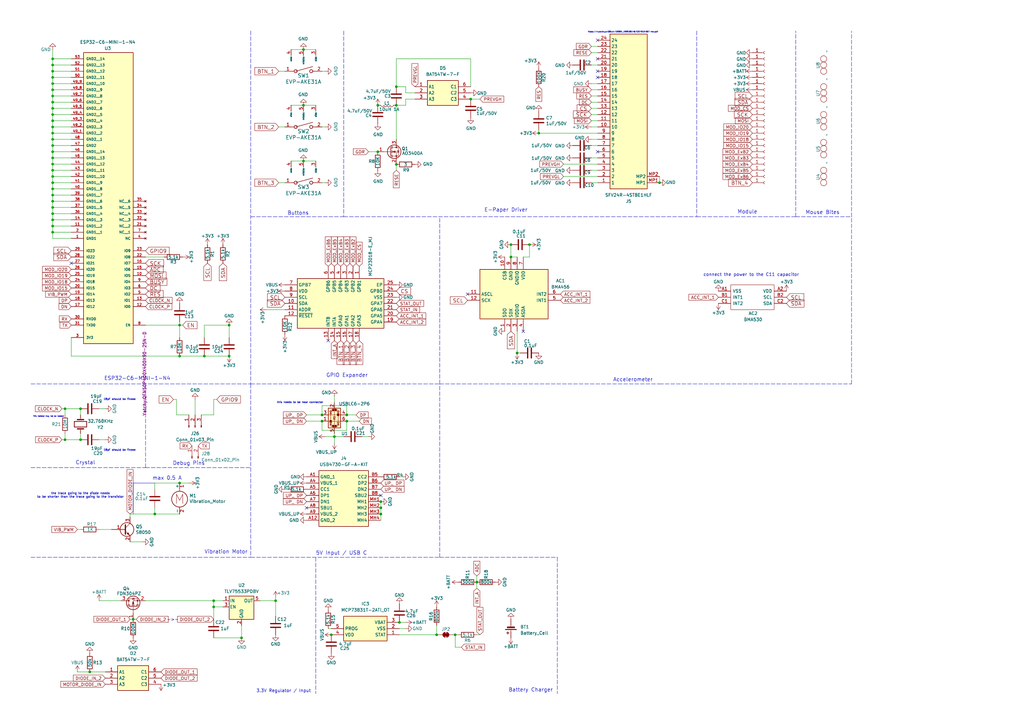
<source format=kicad_sch>
(kicad_sch (version 20231120) (generator "eeschema") (generator_version "8.0")
  (paper "A3")
  (title_block (title "Yatchy") (rev "2.0"))
  (junction (at 21.59 29.21))
  (junction (at 124.46 20.32))
  (junction (at 21.59 49.53))
  (junction (at 21.59 44.45))
  (junction (at 154.94 43.18))
  (junction (at 21.59 82.55))
  (junction (at 270.51 74.93))
  (junction (at 21.59 74.93))
  (junction (at 193.04 40.64))
  (junction (at 163.83 255.27))
  (junction (at 21.59 54.61))
  (junction (at 21.59 41.91))
  (junction (at 99.06 261.62))
  (junction (at 63.5 210.82))
  (junction (at 220.98 54.61))
  (junction (at 26.67 167.64))
  (junction (at 21.59 90.17))
  (junction (at 154.94 62.23))
  (junction (at 33.02 167.64))
  (junction (at 142.24 172.72))
  (junction (at 179.07 260.35))
  (junction (at 217.17 100.33))
  (junction (at 21.59 52.07))
  (junction (at 21.59 57.15))
  (junction (at 156.21 205.74))
  (junction (at 73.66 198.12))
  (junction (at 21.59 31.75))
  (junction (at 21.59 92.71))
  (junction (at 209.55 105.41))
  (junction (at 26.67 180.34))
  (junction (at 21.59 85.09))
  (junction (at 21.59 69.85))
  (junction (at 73.66 146.05))
  (junction (at 142.24 170.18))
  (junction (at 162.56 35.56))
  (junction (at 21.59 72.39))
  (junction (at 21.59 67.31))
  (junction (at 21.59 39.37))
  (junction (at 33.02 180.34))
  (junction (at 135.89 260.35))
  (junction (at 132.08 170.18))
  (junction (at 21.59 77.47))
  (junction (at 137.16 179.07))
  (junction (at 21.59 87.63))
  (junction (at 113.03 246.38))
  (junction (at 212.09 144.78))
  (junction (at 186.69 260.35))
  (junction (at 21.59 59.69))
  (junction (at 21.59 36.83))
  (junction (at 162.56 67.437))
  (junction (at 87.63 246.38))
  (junction (at 21.59 80.01))
  (junction (at 21.59 64.77))
  (junction (at 21.59 46.99))
  (junction (at 209.55 100.33))
  (junction (at 156.21 208.28))
  (junction (at 21.59 34.29))
  (junction (at 21.59 24.13))
  (junction (at 162.56 43.18))
  (junction (at 93.98 133.35))
  (junction (at 87.63 248.92))
  (junction (at 54.61 254))
  (junction (at 156.21 210.82))
  (junction (at 21.59 95.25))
  (junction (at 73.66 133.35))
  (junction (at 195.58 238.76))
  (junction (at 36.83 275.59))
  (junction (at 83.82 146.05))
  (junction (at 21.59 26.67))
  (junction (at 93.98 146.05))
  (junction (at 132.08 172.72))
  (junction (at 124.46 66.04))
  (junction (at 21.59 62.23))
  (junction (at 124.46 43.18))
  (no_connect (at 214.63 135.89))
  (no_connect (at 245.11 29.21))
  (no_connect (at 191.77 120.65))
  (no_connect (at 134.62 139.7))
  (no_connect (at 245.11 62.23))
  (no_connect (at 156.21 203.2))
  (no_connect (at 245.11 24.13))
  (no_connect (at 29.21 107.95))
  (no_connect (at 125.73 208.28))
  (no_connect (at 245.11 31.75))
  (no_connect (at 245.11 16.51))
  (wire (pts (xy 29.21 31.75) (xy 21.59 31.75)))
  (wire (pts (xy 73.66 138.43) (xy 73.66 133.35)))
  (polyline (pts (xy 140.97 12.7) (xy 140.97 88.9)) (stroke (width 0) (type dash)))
  (wire (pts (xy 209.55 100.33) (xy 209.55 105.41)))
  (wire (pts (xy 29.21 49.53) (xy 21.59 49.53)))
  (wire (pts (xy 154.94 62.23) (xy 154.94 62.357)))
  (wire (pts (xy 21.59 64.77) (xy 21.59 62.23)))
  (wire (pts (xy 193.04 24.13) (xy 193.04 35.56)))
  (wire (pts (xy 162.56 43.18) (xy 162.56 57.15)))
  (wire (pts (xy 25.4 167.64) (xy 26.67 167.64)))
  (wire (pts (xy 21.59 77.47) (xy 21.59 74.93)))
  (wire (pts (xy 132.08 172.72) (xy 132.08 176.53)))
  (wire (pts (xy 242.57 74.93) (xy 245.11 74.93)))
  (wire (pts (xy 29.21 26.67) (xy 21.59 26.67)))
  (wire (pts (xy 114.3 29.21) (xy 116.84 29.21)))
  (wire (pts (xy 21.59 57.15) (xy 21.59 54.61)))
  (wire (pts (xy 21.59 90.17) (xy 21.59 87.63)))
  (wire (pts (xy 212.09 144.78) (xy 213.36 144.78)))
  (wire (pts (xy 45.72 217.17) (xy 40.64 217.17)))
  (polyline (pts (xy 180.34 157.48) (xy 270.51 157.48)) (stroke (width 0) (type dash)))
  (wire (pts (xy 195.58 260.35) (xy 196.85 260.35)))
  (wire (pts (xy 26.67 180.34) (xy 26.67 177.8)))
  (polyline (pts (xy 102.87 12.7) (xy 102.87 157.48)) (stroke (width 0) (type dash)))
  (wire (pts (xy 29.21 59.69) (xy 21.59 59.69)))
  (wire (pts (xy 87.63 261.62) (xy 99.06 261.62)))
  (wire (pts (xy 231.14 67.31) (xy 245.11 67.31)))
  (wire (pts (xy 21.59 87.63) (xy 21.59 85.09)))
  (polyline (pts (xy 102.87 157.48) (xy 180.34 157.48)) (stroke (width 0) (type dash)))
  (wire (pts (xy 156.21 210.82) (xy 156.21 213.36)))
  (wire (pts (xy 53.34 210.82) (xy 63.5 210.82)))
  (wire (pts (xy 33.02 170.18) (xy 33.02 167.64)))
  (wire (pts (xy 242.57 59.69) (xy 245.11 59.69)))
  (wire (pts (xy 21.59 67.31) (xy 21.59 64.77)))
  (wire (pts (xy 82.55 170.18) (xy 87.63 170.18)))
  (wire (pts (xy 242.57 36.83) (xy 245.11 36.83)))
  (wire (pts (xy 29.21 92.71) (xy 21.59 92.71)))
  (wire (pts (xy 29.21 67.31) (xy 21.59 67.31)))
  (wire (pts (xy 137.16 181.61) (xy 137.16 179.07)))
  (wire (pts (xy 142.24 166.37) (xy 142.24 170.18)))
  (wire (pts (xy 21.59 80.01) (xy 21.59 77.47)))
  (wire (pts (xy 21.59 69.85) (xy 21.59 67.31)))
  (wire (pts (xy 21.59 29.21) (xy 21.59 26.67)))
  (wire (pts (xy 59.69 246.38) (xy 87.63 246.38)))
  (wire (pts (xy 132.08 166.37) (xy 142.24 166.37)))
  (wire (pts (xy 21.59 44.45) (xy 21.59 41.91)))
  (wire (pts (xy 21.59 72.39) (xy 21.59 69.85)))
  (wire (pts (xy 21.59 92.71) (xy 21.59 90.17)))
  (wire (pts (xy 40.64 246.38) (xy 49.53 246.38)))
  (polyline (pts (xy 180.34 228.6) (xy 228.6 228.6)) (stroke (width 0) (type dash)))
  (polyline (pts (xy 285.75 88.9) (xy 326.39 88.9)) (stroke (width 0) (type dash)))
  (wire (pts (xy 36.83 275.59) (xy 43.18 275.59)))
  (wire (pts (xy 166.37 40.64) (xy 166.37 43.18)))
  (wire (pts (xy 242.57 49.53) (xy 245.11 49.53)))
  (polyline (pts (xy 12.7 157.48) (xy 102.87 157.48)) (stroke (width 0) (type dash)))
  (wire (pts (xy 166.37 257.81) (xy 163.83 257.81)))
  (polyline (pts (xy 12.7 228.6) (xy 102.87 228.6)) (stroke (width 0) (type dash)))
  (wire (pts (xy 142.24 176.53) (xy 142.24 172.72)))
  (polyline (pts (xy 270.51 157.48) (xy 349.25 157.48)) (stroke (width 0) (type dash)))
  (wire (pts (xy 29.21 90.17) (xy 21.59 90.17)))
  (wire (pts (xy 29.21 80.01) (xy 21.59 80.01)))
  (wire (pts (xy 125.73 170.18) (xy 132.08 170.18)))
  (wire (pts (xy 87.63 246.38) (xy 87.63 248.92)))
  (wire (pts (xy 72.39 170.18) (xy 72.39 163.83)))
  (wire (pts (xy 242.57 41.91) (xy 245.11 41.91)))
  (wire (pts (xy 21.59 31.75) (xy 21.59 29.21)))
  (wire (pts (xy 125.73 172.72) (xy 132.08 172.72)))
  (wire (pts (xy 83.82 138.43) (xy 83.82 133.35)))
  (wire (pts (xy 74.93 133.35) (xy 73.66 133.35)))
  (wire (pts (xy 132.08 170.18) (xy 132.08 166.37)))
  (wire (pts (xy 231.14 72.39) (xy 245.11 72.39)))
  (wire (pts (xy 53.34 222.25) (xy 58.42 222.25)))
  (wire (pts (xy 242.57 19.05) (xy 245.11 19.05)))
  (polyline (pts (xy 349.25 88.9) (xy 349.25 12.7)) (stroke (width 0) (type dash)))
  (wire (pts (xy 242.57 26.67) (xy 245.11 26.67)))
  (wire (pts (xy 43.18 167.64) (xy 40.64 167.64)))
  (wire (pts (xy 209.55 105.41) (xy 212.09 105.41)))
  (wire (pts (xy 165.1 195.58) (xy 163.83 195.58)))
  (wire (pts (xy 63.5 210.82) (xy 73.66 210.82)))
  (wire (pts (xy 29.21 34.29) (xy 21.59 34.29)))
  (wire (pts (xy 21.59 24.13) (xy 29.21 24.13)))
  (wire (pts (xy 151.13 179.07) (xy 148.59 179.07)))
  (wire (pts (xy 133.35 74.93) (xy 132.08 74.93)))
  (wire (pts (xy 162.56 24.13) (xy 193.04 24.13)))
  (polyline (pts (xy 180.34 157.48) (xy 180.34 88.9)) (stroke (width 0) (type dash)))
  (polyline (pts (xy 102.87 191.77) (xy 102.87 228.6)) (stroke (width 0) (type dash)))
  (wire (pts (xy 21.59 49.53) (xy 21.59 46.99)))
  (wire (pts (xy 242.57 39.37) (xy 245.11 39.37)))
  (wire (pts (xy 29.21 39.37) (xy 21.59 39.37)))
  (wire (pts (xy 21.59 54.61) (xy 21.59 52.07)))
  (wire (pts (xy 186.69 260.35) (xy 186.69 265.43)))
  (wire (pts (xy 29.21 138.43) (xy 29.21 146.05)))
  (wire (pts (xy 242.57 64.77) (xy 245.11 64.77)))
  (wire (pts (xy 162.56 35.56) (xy 166.37 35.56)))
  (polyline (pts (xy 63.5 198.12) (xy 54.61 198.12)))
  (wire (pts (xy 53.34 212.09) (xy 53.34 210.82)))
  (wire (pts (xy 119.38 43.18) (xy 124.46 43.18)))
  (wire (pts (xy 21.59 82.55) (xy 21.59 80.01)))
  (wire (pts (xy 113.03 246.38) (xy 113.03 252.73)))
  (wire (pts (xy 29.21 62.23) (xy 21.59 62.23)))
  (wire (pts (xy 124.46 66.04) (xy 129.54 66.04)))
  (wire (pts (xy 142.24 172.72) (xy 147.32 172.72)))
  (wire (pts (xy 21.59 36.83) (xy 21.59 34.29)))
  (wire (pts (xy 156.21 208.28) (xy 156.21 210.82)))
  (polyline (pts (xy 285.75 12.7) (xy 285.75 88.9)) (stroke (width 0) (type dash)))
  (wire (pts (xy 21.59 95.25) (xy 21.59 92.71)))
  (wire (pts (xy 189.23 265.43) (xy 186.69 265.43)))
  (wire (pts (xy 21.59 24.13) (xy 21.59 20.32)))
  (polyline (pts (xy 102.87 228.6) (xy 180.34 228.6)) (stroke (width 0) (type dash)))
  (wire (pts (xy 162.56 67.31) (xy 162.56 67.437)))
  (wire (pts (xy 142.24 170.18) (xy 146.05 170.18)))
  (wire (pts (xy 137.16 179.07) (xy 137.16 177.8)))
  (wire (pts (xy 162.56 43.18) (xy 166.37 43.18)))
  (wire (pts (xy 193.04 40.64) (xy 196.85 40.64)))
  (wire (pts (xy 67.31 105.41) (xy 59.69 105.41)))
  (wire (pts (xy 73.66 198.12) (xy 63.5 198.12)))
  (wire (pts (xy 242.57 46.99) (xy 245.11 46.99)))
  (wire (pts (xy 21.59 74.93) (xy 21.59 72.39)))
  (wire (pts (xy 63.5 198.12) (xy 63.5 200.66)))
  (wire (pts (xy 29.21 95.25) (xy 21.59 95.25)))
  (wire (pts (xy 31.75 217.17) (xy 33.02 217.17)))
  (polyline (pts (xy 326.39 88.9) (xy 326.39 12.7)) (stroke (width 0) (type dash)))
  (wire (pts (xy 77.47 198.12) (xy 73.66 198.12)))
  (wire (pts (xy 83.82 146.05) (xy 73.66 146.05)))
  (wire (pts (xy 166.37 38.1) (xy 166.37 35.56)))
  (wire (pts (xy 29.21 54.61) (xy 21.59 54.61)))
  (wire (pts (xy 21.59 97.79) (xy 21.59 95.25)))
  (wire (pts (xy 114.3 52.07) (xy 116.84 52.07)))
  (polyline (pts (xy 129.54 228.6) (xy 129.54 284.48)) (stroke (width 0) (type dash)))
  (wire (pts (xy 179.07 256.54) (xy 179.07 260.35)))
  (wire (pts (xy 113.03 245.11) (xy 113.03 246.38)))
  (wire (pts (xy 220.98 54.61) (xy 245.11 54.61)))
  (wire (pts (xy 151.13 62.23) (xy 154.94 62.23)))
  (wire (pts (xy 21.59 85.09) (xy 21.59 82.55)))
  (wire (pts (xy 26.67 170.18) (xy 26.67 167.64)))
  (wire (pts (xy 137.16 179.07) (xy 140.97 179.07)))
  (wire (pts (xy 93.98 146.05) (xy 83.82 146.05)))
  (wire (pts (xy 133.35 29.21) (xy 132.08 29.21)))
  (wire (pts (xy 195.58 241.3) (xy 195.58 238.76)))
  (wire (pts (xy 242.57 44.45) (xy 245.11 44.45)))
  (wire (pts (xy 29.21 52.07) (xy 21.59 52.07)))
  (wire (pts (xy 33.02 177.8) (xy 33.02 180.34)))
  (wire (pts (xy 88.9 163.83) (xy 87.63 163.83)))
  (wire (pts (xy 77.47 170.18) (xy 72.39 170.18)))
  (wire (pts (xy 43.18 180.34) (xy 40.64 180.34)))
  (wire (pts (xy 55.88 254) (xy 54.61 254)))
  (wire (pts (xy 29.21 69.85) (xy 21.59 69.85)))
  (wire (pts (xy 25.4 180.34) (xy 26.67 180.34)))
  (wire (pts (xy 29.21 72.39) (xy 21.59 72.39)))
  (wire (pts (xy 134.62 257.81) (xy 135.89 257.81)))
  (wire (pts (xy 242.57 57.15) (xy 245.11 57.15)))
  (wire (pts (xy 124.46 20.32) (xy 129.54 20.32)))
  (wire (pts (xy 99.06 256.54) (xy 99.06 261.62)))
  (wire (pts (xy 242.57 34.29) (xy 245.11 34.29)))
  (wire (pts (xy 156.21 205.74) (xy 156.21 208.28)))
  (wire (pts (xy 116.84 200.66) (xy 118.11 200.66)))
  (polyline (pts (xy 140.97 88.9) (xy 285.75 88.9)) (stroke (width 0) (type dash)))
  (wire (pts (xy 21.59 26.67) (xy 21.59 24.13)))
  (wire (pts (xy 109.22 127) (xy 116.84 127)))
  (wire (pts (xy 29.21 41.91) (xy 21.59 41.91)))
  (wire (pts (xy 29.21 85.09) (xy 21.59 85.09)))
  (polyline (pts (xy 102.87 157.48) (xy 102.87 191.77)) (stroke (width 0) (type dash)))
  (wire (pts (xy 63.5 208.28) (xy 63.5 210.82)))
  (wire (pts (xy 71.12 163.83) (xy 72.39 163.83)))
  (wire (pts (xy 87.63 248.92) (xy 87.63 254)))
  (wire (pts (xy 87.63 246.38) (xy 91.44 246.38)))
  (wire (pts (xy 29.21 46.99) (xy 21.59 46.99)))
  (wire (pts (xy 29.21 87.63) (xy 21.59 87.63)))
  (wire (pts (xy 162.56 67.437) (xy 162.56 69.85)))
  (wire (pts (xy 163.83 260.35) (xy 179.07 260.35)))
  (polyline (pts (xy 228.6 228.6) (xy 228.6 284.48)) (stroke (width 0) (type dash)))
  (wire (pts (xy 214.63 105.41) (xy 217.17 105.41)))
  (polyline (pts (xy 59.69 191.77) (xy 102.87 191.77)) (stroke (width 0) (type dash)))
  (wire (pts (xy 195.58 238.76) (xy 195.58 236.22)))
  (wire (pts (xy 29.21 57.15) (xy 21.59 57.15)))
  (wire (pts (xy 80.01 163.83) (xy 80.01 170.18)))
  (polyline (pts (xy 102.87 88.9) (xy 140.97 88.9)) (stroke (width 0) (type dash)))
  (wire (pts (xy 133.35 179.07) (xy 137.16 179.07)))
  (wire (pts (xy 133.35 52.07) (xy 132.08 52.07)))
  (wire (pts (xy 21.59 39.37) (xy 21.59 36.83)))
  (wire (pts (xy 166.37 255.27) (xy 163.83 255.27)))
  (wire (pts (xy 21.59 52.07) (xy 21.59 49.53)))
  (wire (pts (xy 132.08 176.53) (xy 142.24 176.53)))
  (wire (pts (xy 21.59 34.29) (xy 21.59 31.75)))
  (wire (pts (xy 137.16 162.56) (xy 137.16 165.1)))
  (wire (pts (xy 93.98 133.35) (xy 83.82 133.35)))
  (wire (pts (xy 242.57 52.07) (xy 245.11 52.07)))
  (wire (pts (xy 119.38 66.04) (xy 124.46 66.04)))
  (wire (pts (xy 29.21 77.47) (xy 21.59 77.47)))
  (wire (pts (xy 170.18 40.64) (xy 166.37 40.64)))
  (wire (pts (xy 119.38 20.32) (xy 124.46 20.32)))
  (polyline (pts (xy 12.7 191.77) (xy 59.69 191.77)) (stroke (width 0) (type dash)))
  (wire (pts (xy 242.57 21.59) (xy 245.11 21.59)))
  (wire (pts (xy 29.21 82.55) (xy 21.59 82.55)))
  (wire (pts (xy 29.21 74.93) (xy 21.59 74.93)))
  (wire (pts (xy 29.21 44.45) (xy 21.59 44.45)))
  (wire (pts (xy 170.18 38.1) (xy 166.37 38.1)))
  (wire (pts (xy 29.21 97.79) (xy 21.59 97.79)))
  (wire (pts (xy 21.59 41.91) (xy 21.59 39.37)))
  (wire (pts (xy 73.66 133.35) (xy 73.66 132.08)))
  (wire (pts (xy 29.21 29.21) (xy 21.59 29.21)))
  (wire (pts (xy 124.46 43.18) (xy 129.54 43.18)))
  (wire (pts (xy 26.67 180.34) (xy 33.02 180.34)))
  (wire (pts (xy 91.44 248.92) (xy 87.63 248.92)))
  (wire (pts (xy 53.34 254) (xy 54.61 254)))
  (wire (pts (xy 212.09 135.89) (xy 212.09 144.78)))
  (wire (pts (xy 31.75 275.59) (xy 36.83 275.59)))
  (wire (pts (xy 217.17 105.41) (xy 217.17 100.33)))
  (wire (pts (xy 93.98 138.43) (xy 93.98 133.35)))
  (wire (pts (xy 21.59 46.99) (xy 21.59 44.45)))
  (polyline (pts (xy 349.25 157.48) (xy 349.25 88.9)) (stroke (width 0) (type dash)))
  (wire (pts (xy 220.98 53.34) (xy 220.98 54.61)))
  (polyline (pts (xy 54.61 198.12) (xy 54.61 210.82)))
  (wire (pts (xy 87.63 170.18) (xy 87.63 163.83)))
  (wire (pts (xy 73.66 133.35) (xy 59.69 133.35)))
  (wire (pts (xy 21.59 62.23) (xy 21.59 59.69)))
  (wire (pts (xy 270.51 74.93) (xy 270.51 72.39)))
  (polyline (pts (xy 59.69 191.77) (xy 59.69 157.48)) (stroke (width 0) (type dash)))
  (wire (pts (xy 114.3 74.93) (xy 116.84 74.93)))
  (wire (pts (xy 162.56 24.13) (xy 162.56 35.56)))
  (polyline (pts (xy 180.34 228.6) (xy 180.34 157.48)) (stroke (width 0) (type dash)))
  (wire (pts (xy 242.57 69.85) (xy 245.11 69.85)))
  (wire (pts (xy 29.21 36.83) (xy 21.59 36.83)))
  (polyline (pts (xy 326.39 88.9) (xy 349.25 88.9)) (stroke (width 0) (type dash)))
  (wire (pts (xy 106.68 246.38) (xy 113.03 246.38)))
  (wire (pts (xy 29.21 64.77) (xy 21.59 64.77)))
  (wire (pts (xy 21.59 59.69) (xy 21.59 57.15)))
  (wire (pts (xy 187.96 260.35) (xy 186.69 260.35)))
  (wire (pts (xy 26.67 167.64) (xy 33.02 167.64)))
  (wire (pts (xy 29.21 146.05) (xy 73.66 146.05)))
  (text "This resistor may not be needed" (at 13.462 171.196 0) (effects (font (size 0.508 0.508)) (justify left bottom)))
  (text "->-" (at 70.866 254.254 0) (effects (font (size 1.27 1.27))))
  (text "ESP32-C6-MINI-1-N4" (at 42.672 156.21 0) (effects (font (size 1.524 1.524)) (justify left bottom)))
  (text "the trace going to the diode needs\nto be shorter than the trace going to the transistor" (at 33.02 203.2 0) (effects (font (size 0.889 0.889))))
  (text "18pF should be fineee" (at 42.418 164.338 0) (effects (font (size 0.762 0.762)) (justify left bottom)))
  (text "5V Input / USB C" (at 129.54 227.838 0) (effects (font (size 1.524 1.524)) (justify left bottom)))
  (text "Battery Charger" (at 208.534 283.972 0) (effects (font (size 1.524 1.524)) (justify left bottom)))
  (text "Buttons" (at 117.856 88.392 0) (effects (font (size 1.524 1.524)) (justify left bottom)))
  (text "Mouse Bites\n" (at 344.424 88.138 0) (effects (font (size 1.524 1.524)) (justify right bottom)))
  (text "18pF should be fineee" (at 42.418 185.166 0) (effects (font (size 0.762 0.762)) (justify left bottom)))
  (text "connect the power to the C11 capacitor\n" (at 308.102 112.776 0) (effects (font (size 1.27 1.27))))
  (text "Vibration Motor" (at 83.82 227.33 0) (effects (font (size 1.524 1.524)) (justify left bottom)))
  (text "max 0.5 A" (at 62.484 197.104 0) (effects (font (size 1.524 1.524)) (justify left bottom)))
  (text "GPIO Expander" (at 150.876 154.94 0) (effects (font (size 1.524 1.524)) (justify right bottom)))
  (text "Crystal" (at 30.988 190.754 0) (effects (font (size 1.524 1.524)) (justify left bottom)))
  (text "Module" (at 310.642 87.884 0) (effects (font (size 1.524 1.524)) (justify right bottom)))
  (text "3.3V Regulator / Input" (at 116.332 283.464 0) (effects (font (size 1.27 1.27))))
  (text "https://v4.cecdn.yun300.cn/100001_1909185148/GDEY0154D67-new.pdf" (at 255.524 13.208 0) (effects (font (size 0.508 0.508))))
  (text "Debug Pins\n" (at 70.866 191.008 0) (effects (font (size 1.524 1.524)) (justify left bottom)))
  (text "this needs to be near connector\n" (at 113.538 165.608 0) (effects (font (size 0.762 0.762)) (justify left bottom)))
  (text "Accelerometer" (at 251.46 156.718 0) (effects (font (size 1.524 1.524)) (justify left bottom)))
  (text "E-Paper Driver" (at 198.628 87.122 0) (effects (font (size 1.524 1.524)) (justify left bottom)))
  (global_label "MOD_ExB2" (shape input) (at 144.78 109.22 90) (property "Intersheetrefs" "${INTERSHEET_REFS}" (effects (hide yes))))
  (global_label "MOD_ExB5" (shape input) (at 308.61 69.85 180) (property "Intersheetrefs" "${INTERSHEET_REFS}" (effects (hide yes))))
  (global_label "SCL" (shape input) (at 85.09 107.95 270) (effects (font (size 1.524 1.524))) (property "Intersheetrefs" "${INTERSHEET_REFS}" (effects (hide yes))))
  (global_label "DIODE_OUT_2" (shape input) (at 87.63 254 180) (property "Intersheetrefs" "${INTERSHEET_REFS}" (effects (hide yes))))
  (global_label "BTN_3" (shape input) (at 114.3 74.93 180) (effects (font (size 1.524 1.524))) (property "Intersheetrefs" "${INTERSHEET_REFS}" (effects (hide yes))))
  (global_label "DIODE_OUT_1" (shape input) (at 53.34 254 180) (property "Intersheetrefs" "${INTERSHEET_REFS}" (effects (hide yes))))
  (global_label "MOSI" (shape input) (at 242.57 49.53 180) (property "Intersheetrefs" "${INTERSHEET_REFS}" (effects (hide yes))))
  (global_label "DN" (shape input) (at 29.21 125.73 180) (property "Intersheetrefs" "${INTERSHEET_REFS}" (effects (hide yes))))
  (global_label "MOSI" (shape input) (at 308.61 49.53 180) (property "Intersheetrefs" "${INTERSHEET_REFS}" (effects (hide yes))))
  (global_label "SCL" (shape input) (at 116.84 121.92 180) (effects (font (size 1.524 1.524))) (property "Intersheetrefs" "${INTERSHEET_REFS}" (effects (hide yes))))
  (global_label "VIB_PWM" (shape input) (at 31.75 217.17 180) (property "Intersheetrefs" "${INTERSHEET_REFS}" (effects (hide yes))))
  (global_label "SDA" (shape input) (at 322.58 124.46 0) (effects (font (size 1.524 1.524))) (property "Intersheetrefs" "${INTERSHEET_REFS}" (effects (hide yes))))
  (global_label "SDA" (shape input) (at 29.21 105.41 180) (effects (font (size 1.524 1.524))) (property "Intersheetrefs" "${INTERSHEET_REFS}" (effects (hide yes))))
  (global_label "MOD_IO18" (shape input) (at 308.61 57.15 180) (property "Intersheetrefs" "${INTERSHEET_REFS}" (effects (hide yes))))
  (global_label "MOD_CS" (shape input) (at 147.32 109.22 90) (property "Intersheetrefs" "${INTERSHEET_REFS}" (effects (hide yes))))
  (global_label "BTN_1" (shape input) (at 114.3 29.21 180) (effects (font (size 1.524 1.524))) (property "Intersheetrefs" "${INTERSHEET_REFS}" (effects (hide yes))))
  (global_label "ADC" (shape input) (at 195.58 236.22 90) (property "Intersheetrefs" "${INTERSHEET_REFS}" (effects (hide yes))))
  (global_label "MOD_ExB4" (shape input) (at 139.7 109.22 90) (property "Intersheetrefs" "${INTERSHEET_REFS}" (effects (hide yes))))
  (global_label "SDA" (shape input) (at 116.84 124.46 180) (effects (font (size 1.524 1.524))) (property "Intersheetrefs" "${INTERSHEET_REFS}" (effects (hide yes))))
  (global_label "PREVGL" (shape input) (at 231.14 72.39 180) (property "Intersheetrefs" "${INTERSHEET_REFS}" (effects (hide yes))))
  (global_label "MOD_ExB3" (shape input) (at 142.24 109.22 90) (property "Intersheetrefs" "${INTERSHEET_REFS}" (effects (hide yes))))
  (global_label "SDA" (shape input) (at 209.55 135.89 270) (effects (font (size 1.524 1.524))) (property "Intersheetrefs" "${INTERSHEET_REFS}" (effects (hide yes))))
  (global_label "ACC_INT_1" (shape input) (at 162.56 129.54 0) (property "Intersheetrefs" "${INTERSHEET_REFS}" (effects (hide yes))))
  (global_label "STAT_OUT" (shape input) (at 162.56 124.46 0) (property "Intersheetrefs" "${INTERSHEET_REFS}" (effects (hide yes))))
  (global_label "MOD_IO15" (shape input) (at 308.61 59.69 180) (property "Intersheetrefs" "${INTERSHEET_REFS}" (effects (hide yes))))
  (global_label "MOD_ExB6" (shape input) (at 308.61 72.39 180) (property "Intersheetrefs" "${INTERSHEET_REFS}" (effects (hide yes))))
  (global_label "ACC_INT_1" (shape input) (at 294.64 121.92 180) (property "Intersheetrefs" "${INTERSHEET_REFS}" (effects (hide yes))))
  (global_label "TX" (shape input) (at 29.21 133.35 180) (property "Intersheetrefs" "${INTERSHEET_REFS}" (effects (hide yes))))
  (global_label "GPIO9" (shape input) (at 88.9 163.83 0) (effects (font (size 1.524 1.524))) (property "Intersheetrefs" "${INTERSHEET_REFS}" (effects (hide yes))))
  (global_label "INT_A" (shape input) (at 137.16 139.7 270) (property "Intersheetrefs" "${INTERSHEET_REFS}" (effects (hide yes))))
  (global_label "GPIO9" (shape input) (at 59.69 102.87 0) (effects (font (size 1.524 1.524))) (property "Intersheetrefs" "${INTERSHEET_REFS}" (effects (hide yes))))
  (global_label "EN" (shape input) (at 71.12 163.83 180) (effects (font (size 1.524 1.524))) (property "Intersheetrefs" "${INTERSHEET_REFS}" (effects (hide yes))))
  (global_label "SCK" (shape input) (at 308.61 46.99 180) (effects (font (size 1.524 1.524))) (property "Intersheetrefs" "${INTERSHEET_REFS}" (effects (hide yes))))
  (global_label "SCL" (shape input) (at 308.61 39.37 180) (effects (font (size 1.524 1.524))) (property "Intersheetrefs" "${INTERSHEET_REFS}" (effects (hide yes))))
  (global_label "DIODE_OUT_2" (shape input) (at 66.04 278.13 0) (property "Intersheetrefs" "${INTERSHEET_REFS}" (effects (hide yes))))
  (global_label "MOD_IO19" (shape input) (at 29.21 113.03 180) (property "Intersheetrefs" "${INTERSHEET_REFS}" (effects (hide yes))))
  (global_label "MOD_ExB2" (shape input) (at 308.61 62.23 180) (property "Intersheetrefs" "${INTERSHEET_REFS}" (effects (hide yes))))
  (global_label "CLOCK_N" (shape input) (at 59.69 123.19 0) (property "Intersheetrefs" "${INTERSHEET_REFS}" (effects (hide yes))))
  (global_label "MOTOR_DIODE_IN" (shape input) (at 43.18 280.67 180) (property "Intersheetrefs" "${INTERSHEET_REFS}" (effects (hide yes))))
  (global_label "GDR" (shape input) (at 242.57 19.05 180) (property "Intersheetrefs" "${INTERSHEET_REFS}" (effects (hide yes))))
  (global_label "MOD_ExB5" (shape input) (at 137.16 109.22 90) (property "Intersheetrefs" "${INTERSHEET_REFS}" (effects (hide yes))))
  (global_label "SCL" (shape input) (at 191.77 123.19 180) (effects (font (size 1.524 1.524))) (property "Intersheetrefs" "${INTERSHEET_REFS}" (effects (hide yes))))
  (global_label "BTN_3" (shape input) (at 144.78 139.7 270) (effects (font (size 1.524 1.524))) (property "Intersheetrefs" "${INTERSHEET_REFS}" (effects (hide yes))))
  (global_label "SCL" (shape input) (at 322.58 121.92 0) (effects (font (size 1.524 1.524))) (property "Intersheetrefs" "${INTERSHEET_REFS}" (effects (hide yes))))
  (global_label "MOSI" (shape input) (at 59.69 113.03 0) (effects (font (size 1.524 1.524))) (property "Intersheetrefs" "${INTERSHEET_REFS}" (effects (hide yes))))
  (global_label "DIODE_IN_2" (shape input) (at 43.18 278.13 180) (property "Intersheetrefs" "${INTERSHEET_REFS}" (effects (hide yes))))
  (global_label "DIODE_IN_2" (shape input) (at 55.88 254 0) (property "Intersheetrefs" "${INTERSHEET_REFS}" (effects (hide yes))))
  (global_label "INT_A" (shape input) (at 195.58 241.3 270) (property "Intersheetrefs" "${INTERSHEET_REFS}" (effects (hide yes))))
  (global_label "MOD_IO15" (shape input) (at 29.21 118.11 180) (property "Intersheetrefs" "${INTERSHEET_REFS}" (effects (hide yes))))
  (global_label "DC" (shape input) (at 59.69 118.11 0) (effects (font (size 1.524 1.524))) (property "Intersheetrefs" "${INTERSHEET_REFS}" (effects (hide yes))))
  (global_label "CLOCK_N" (shape input) (at 25.4 167.64 180) (property "Intersheetrefs" "${INTERSHEET_REFS}" (effects (hide yes))))
  (global_label "MOD_IO20" (shape input) (at 308.61 52.07 180) (property "Intersheetrefs" "${INTERSHEET_REFS}" (effects (hide yes))))
  (global_label "MOD_ExB3" (shape input) (at 308.61 64.77 180) (property "Intersheetrefs" "${INTERSHEET_REFS}" (effects (hide yes))))
  (global_label "MOTOR_DIODE_IN" (shape input) (at 53.34 210.82 90) (property "Intersheetrefs" "${INTERSHEET_REFS}" (effects (hide yes))))
  (global_label "RESE" (shape input) (at 162.56 69.85 270) (property "Intersheetrefs" "${INTERSHEET_REFS}" (effects (hide yes))))
  (global_label "BTN_1" (shape input) (at 139.7 139.7 270) (effects (font (size 1.524 1.524))) (property "Intersheetrefs" "${INTERSHEET_REFS}" (effects (hide yes))))
  (global_label "UP_ DN" (shape input) (at 125.73 172.72 180) (property "Intersheetrefs" "${INTERSHEET_REFS}" (effects (hide yes))))
  (global_label "ACC_INT_1" (shape input) (at 229.87 120.65 0) (property "Intersheetrefs" "${INTERSHEET_REFS}" (effects (hide yes))))
  (global_label "BTN_4" (shape input) (at 147.32 139.7 270) (effects (font (size 1.524 1.524))) (property "Intersheetrefs" "${INTERSHEET_REFS}" (effects (hide yes))))
  (global_label "ACC_INT_2" (shape input) (at 162.56 132.08 0) (property "Intersheetrefs" "${INTERSHEET_REFS}" (effects (hide yes))))
  (global_label "CS" (shape input) (at 162.56 119.38 0) (effects (font (size 1.524 1.524))) (property "Intersheetrefs" "${INTERSHEET_REFS}" (effects (hide yes))))
  (global_label "ADC" (shape input) (at 59.69 110.49 0) (effects (font (size 1.524 1.524))) (property "Intersheetrefs" "${INTERSHEET_REFS}" (effects (hide yes))))
  (global_label "MOD_IO19" (shape input) (at 308.61 54.61 180) (property "Intersheetrefs" "${INTERSHEET_REFS}" (effects (hide yes))))
  (global_label "BUSY" (shape input) (at 59.69 115.57 0) (effects (font (size 1.524 1.524))) (property "Intersheetrefs" "${INTERSHEET_REFS}" (effects (hide yes))))
  (global_label "BTN_4" (shape input) (at 308.61 74.93 180) (effects (font (size 1.524 1.524))) (property "Intersheetrefs" "${INTERSHEET_REFS}" (effects (hide yes))))
  (global_label "STAT_OUT" (shape input) (at 196.85 260.35 90) (property "Intersheetrefs" "${INTERSHEET_REFS}" (effects (hide yes))))
  (global_label "RES" (shape input) (at 242.57 39.37 180) (property "Intersheetrefs" "${INTERSHEET_REFS}" (effects (hide yes))))
  (global_label "CLOCK_P" (shape input) (at 25.4 180.34 180) (property "Intersheetrefs" "${INTERSHEET_REFS}" (effects (hide yes))))
  (global_label "MOD_IO20" (shape input) (at 29.21 110.49 180) (property "Intersheetrefs" "${INTERSHEET_REFS}" (effects (hide yes))))
  (global_label "BUSY" (shape input) (at 242.57 36.83 180) (property "Intersheetrefs" "${INTERSHEET_REFS}" (effects (hide yes))))
  (global_label "RES" (shape input) (at 59.69 120.65 0) (effects (font (size 1.524 1.524))) (property "Intersheetrefs" "${INTERSHEET_REFS}" (effects (hide yes))))
  (global_label "SDA" (shape input) (at 308.61 41.91 180) (effects (font (size 1.524 1.524))) (property "Intersheetrefs" "${INTERSHEET_REFS}" (effects (hide yes))))
  (global_label "RX" (shape input) (at 29.21 130.81 180) (property "Intersheetrefs" "${INTERSHEET_REFS}" (effects (hide yes))))
  (global_label "DN" (shape input) (at 147.32 172.72 0) (property "Intersheetrefs" "${INTERSHEET_REFS}" (effects (hide yes))))
  (global_label "CLOCK_P" (shape input) (at 59.69 125.73 0) (property "Intersheetrefs" "${INTERSHEET_REFS}" (effects (hide yes))))
  (global_label "SCK" (shape input) (at 242.57 46.99 180) (effects (font (size 1.524 1.524))) (property "Intersheetrefs" "${INTERSHEET_REFS}" (effects (hide yes))))
  (global_label "MOD_ExB6" (shape input) (at 134.62 109.22 90) (property "Intersheetrefs" "${INTERSHEET_REFS}" (effects (hide yes))))
  (global_label "EN" (shape input) (at 74.93 133.35 0) (effects (font (size 1.524 1.524))) (property "Intersheetrefs" "${INTERSHEET_REFS}" (effects (hide yes))))
  (global_label "UP_ DP" (shape input) (at 125.73 203.2 180) (property "Intersheetrefs" "${INTERSHEET_REFS}" (effects (hide yes))))
  (global_label "PREVGH" (shape input) (at 196.85 40.64 0) (property "Intersheetrefs" "${INTERSHEET_REFS}" (effects (hide yes))))
  (global_label "DC" (shape input) (at 242.57 41.91 180) (property "Intersheetrefs" "${INTERSHEET_REFS}" (effects (hide yes))))
  (global_label "STAT_IN" (shape input) (at 189.23 265.43 0) (property "Intersheetrefs" "${INTERSHEET_REFS}" (effects (hide yes))))
  (global_label "UP_ DN" (shape input) (at 125.73 205.74 180) (property "Intersheetrefs" "${INTERSHEET_REFS}" (effects (hide yes))))
  (global_label "BTN_2" (shape input) (at 142.24 139.7 270) (effects (font (size 1.524 1.524))) (property "Intersheetrefs" "${INTERSHEET_REFS}" (effects (hide yes))))
  (global_label "GDR" (shape input) (at 151.13 62.23 180) (property "Intersheetrefs" "${INTERSHEET_REFS}" (effects (hide yes))))
  (global_label "RESE" (shape input) (at 242.57 21.59 180) (property "Intersheetrefs" "${INTERSHEET_REFS}" (effects (hide yes))))
  (global_label "UP_ DN" (shape input) (at 156.21 200.66 0) (property "Intersheetrefs" "${INTERSHEET_REFS}" (effects (hide yes))))
  (global_label "TX" (shape input) (at 81.28 182.88 0) (property "Intersheetrefs" "${INTERSHEET_REFS}" (effects (hide yes))))
  (global_label "DP" (shape input) (at 29.21 123.19 180) (property "Intersheetrefs" "${INTERSHEET_REFS}" (effects (hide yes))))
  (global_label "BTN_2" (shape input) (at 114.3 52.07 180) (effects (font (size 1.524 1.524))) (property "Intersheetrefs" "${INTERSHEET_REFS}" (effects (hide yes))))
  (global_label "DP" (shape input) (at 146.05 170.18 0) (property "Intersheetrefs" "${INTERSHEET_REFS}" (effects (hide yes))))
  (global_label "RES" (shape input) (at 220.98 35.56 270) (property "Intersheetrefs" "${INTERSHEET_REFS}" (effects (hide yes))))
  (global_label "MOD_ExB4" (shape input) (at 308.61 67.31 180) (property "Intersheetrefs" "${INTERSHEET_REFS}" (effects (hide yes))))
  (global_label "SCK" (shape input) (at 59.69 107.95 0) (effects (font (size 1.524 1.524))) (property "Intersheetrefs" "${INTERSHEET_REFS}" (effects (hide yes))))
  (global_label "UP_ DP" (shape input) (at 156.21 198.12 0) (property "Intersheetrefs" "${INTERSHEET_REFS}" (effects (hide yes))))
  (global_label "CS" (shape input) (at 242.57 44.45 180) (effects (font (size 1.524 1.524))) (property "Intersheetrefs" "${INTERSHEET_REFS}" (effects (hide yes))))
  (global_label "PREVGH" (shape input) (at 231.14 67.31 180) (property "Intersheetrefs" "${INTERSHEET_REFS}" (effects (hide yes))))
  (global_label "MOD_IO18" (shape input) (at 29.21 115.57 180) (property "Intersheetrefs" "${INTERSHEET_REFS}" (effects (hide yes))))
  (global_label "DIODE_OUT_1" (shape input) (at 66.04 275.59 0) (property "Intersheetrefs" "${INTERSHEET_REFS}" (effects (hide yes))))
  (global_label "SDA" (shape input) (at 91.44 107.95 270) (effects (font (size 1.524 1.524))) (property "Intersheetrefs" "${INTERSHEET_REFS}" (effects (hide yes))))
  (global_label "STAT_IN" (shape input) (at 162.56 127 0) (property "Intersheetrefs" "${INTERSHEET_REFS}" (effects (hide yes))))
  (global_label "UP_ DP" (shape input) (at 125.73 170.18 180) (property "Intersheetrefs" "${INTERSHEET_REFS}" (effects (hide yes))))
  (global_label "ACC_INT_2" (shape input) (at 229.87 123.19 0) (property "Intersheetrefs" "${INTERSHEET_REFS}" (effects (hide yes))))
  (global_label "MOD_CS" (shape input) (at 308.61 44.45 180) (property "Intersheetrefs" "${INTERSHEET_REFS}" (effects (hide yes))))
  (global_label "PREVGL" (shape input) (at 170.18 35.56 90) (property "Intersheetrefs" "${INTERSHEET_REFS}" (effects (hide yes))))
  (global_label "SCL" (shape input) (at 29.21 102.87 180) (effects (font (size 1.524 1.524))) (property "Intersheetrefs" "${INTERSHEET_REFS}" (effects (hide yes))))
  (global_label "RX" (shape input) (at 78.74 182.88 180) (property "Intersheetrefs" "${INTERSHEET_REFS}" (effects (hide yes))))
  (global_label "VIB_PWM" (shape input) (at 29.21 120.65 180) (property "Intersheetrefs" "${INTERSHEET_REFS}" (effects (hide yes))))
  (symbol (lib_id "Watchy:+BATT-power") (at 40.64 246.38 0) (unit 1)
    (property "Reference" "#PWR038" (effects (hide yes)))
    (property "Value" "+BATT" (at 40.64 242.824 0))
  )
  (symbol (lib_id "Watchy:BSS83P") (at 54.61 248.92 90) (unit 1)
    (property "Reference" "Q4" (at 53.213 241.427 90) (effects (justify left)))
    (property "Value" "FDN304PZ" (at 57.912 243.459 90) (effects (justify left)))
    (property "Footprint" "Package_TO_SOT_SMD:SOT-23" (effects (hide yes)))
    (property "Datasheet" "http://www.farnell.com/datasheets/1835997.pdf" (effects (hide yes)))
    (property "Description" "-0.33A Id, -60V Vds, P-Channel MOSFET, SOT-23" (effects (hide yes)))
  )
  (symbol (lib_id "Watchy:C") (at 113.03 256.54 0) (unit 1)
    (property "Reference" "C12" (at 113.665 254 0) (effects (justify left)))
    (property "Value" "1uF" (at 116.332 256.54 0) (effects (justify left)))
    (property "Footprint" "Capacitor_SMD:C_0603_1608Metric" (effects (hide yes)))
    (property "Description" "Unpolarized capacitor" (effects (hide yes)))
  )
  (symbol (lib_id "Watchy:GND-power") (at 99.06 261.62 0) (unit 1)
    (property "Reference" "#PWR044" (effects (hide yes)))
    (property "Value" "GND" (at 99.06 265.43 0))
  )
  (symbol (lib_id "Watchy:+3V3-power") (at 113.03 245.11 0) (unit 1)
    (property "Reference" "#PWR039" (effects (hide yes)))
    (property "Value" "+3V3" (at 116.205 243.205 0))
  )
  (symbol (lib_id "Watchy:GND-power") (at 113.03 260.35 0) (unit 1)
    (property "Reference" "#PWR047" (effects (hide yes)))
    (property "Value" "GND" (at 113.03 264.16 0))
  )
  (symbol (lib_id "Watchy:VBUS-power") (at 135.89 260.35 90) (unit 1)
    (property "Reference" "#PWR052" (effects (hide yes)))
    (property "Value" "VBUS" (at 132.08 260.35 0))
  )
  (symbol (lib_id "Watchy:R") (at 179.07 252.73 0) (unit 1)
    (property "Reference" "R16" (at 176.784 252.73 90))
    (property "Value" "800k" (at 179.07 252.73 90))
    (property "Footprint" "Resistor_SMD:R_0402_1005Metric" (effects (hide yes)))
    (property "Description" "Resistor" (effects (hide yes)))
  )
  (symbol (lib_id "Watchy:GND-power") (at 166.37 257.81 90) (unit 1)
    (property "Reference" "#PWR057" (effects (hide yes)))
    (property "Value" "GND" (at 171.196 257.81 90))
  )
  (symbol (lib_id "Watchy:R") (at 134.62 254 0) (unit 1)
    (property "Reference" "R15" (at 136.652 254 90))
    (property "Value" "5.1k" (at 134.62 254 90))
    (property "Footprint" "Resistor_SMD:R_0402_1005Metric" (effects (hide yes)))
    (property "Description" "Resistor" (effects (hide yes)))
  )
  (symbol (lib_id "Watchy:GND-power") (at 134.62 250.19 180) (unit 1)
    (property "Reference" "#PWR055" (effects (hide yes)))
    (property "Value" "GND" (at 134.62 246.38 0))
  )
  (symbol (lib_id "Watchy:+BATT-power") (at 166.37 255.27 270) (unit 1)
    (property "Reference" "#PWR053" (effects (hide yes)))
    (property "Value" "+BATT" (at 171.958 255.27 90))
  )
  (symbol (lib_id "Watchy:+BATT-power") (at 209.55 261.62 180) (unit 1)
    (property "Reference" "#PWR054" (effects (hide yes)))
    (property "Value" "+BATT" (at 209.55 265.176 0))
  )
  (symbol (lib_id "Watchy:GND-power") (at 209.55 254 180) (unit 1)
    (property "Reference" "#PWR056" (effects (hide yes)))
    (property "Value" "GND" (at 209.55 250.19 0))
  )
  (symbol (lib_id "Watchy:Q_NPN_BEC") (at 50.8 217.17 0) (unit 1)
    (property "Reference" "Q5" (at 55.6514 216.0016 0) (effects (justify left)))
    (property "Value" "S8050" (at 55.6514 218.313 0) (effects (justify left)))
    (property "Footprint" "Package_TO_SOT_SMD:SOT-23" (effects (hide yes)))
    (property "Description" "NPN transistor, base/emitter/collector" (effects (hide yes)))
  )
  (symbol (lib_id "Watchy:R") (at 36.83 217.17 270) (unit 1)
    (property "Reference" "R17" (at 35.56 215.011 90) (effects (justify left)))
    (property "Value" "1K" (at 35.687 217.17 90) (effects (justify left)))
    (property "Footprint" "Resistor_SMD:R_0402_1005Metric" (effects (hide yes)))
    (property "Description" "Resistor" (effects (hide yes)))
  )
  (symbol (lib_id "Watchy:GND-power") (at 58.42 222.25 90) (unit 1)
    (property "Reference" "#PWR063" (effects (hide yes)))
    (property "Value" "GND" (at 62.23 222.25 0))
  )
  (symbol (lib_id "Watchy:C") (at 63.5 204.47 0) (unit 1)
    (property "Reference" "C14" (at 55.88 202.692 0) (effects (justify left)))
    (property "Value" "0.1uF" (at 55.372 204.47 0) (effects (justify left)))
    (property "Footprint" "Capacitor_SMD:C_0603_1608Metric" (effects (hide yes)))
    (property "Description" "Unpolarized capacitor" (effects (hide yes)))
  )
  (symbol (lib_id "Watchy:Motor_DC") (at 73.66 203.2 0) (unit 1)
    (property "Reference" "M1" (at 77.6732 203.3016 0) (effects (justify left)))
    (property "Value" "Vibration_Motor" (at 77.6732 205.613 0) (effects (justify left)))
    (property "Footprint" "Yatchy:Motor_Header" (effects (hide yes)))
    (property "Description" "DC Motor" (effects (hide yes)))
  )
  (symbol (lib_id "Watchy:+3V3-power") (at 77.47 198.12 270) (unit 1)
    (property "Reference" "#PWR062" (effects (hide yes)))
    (property "Value" "+3V3" (at 81.026 198.12 0))
  )
  (symbol (lib_id "Watchy:C") (at 238.76 26.67 270) (unit 1)
    (property "Reference" "C2" (at 241.046 25.654 90))
    (property "Value" "1uF/50V" (at 236.22 29.845 90))
    (property "Footprint" "Capacitor_SMD:C_0603_1608Metric" (effects (hide yes)))
    (property "Description" "Unpolarized capacitor" (effects (hide yes)))
  )
  (symbol (lib_id "Watchy:GND-power") (at 234.95 26.67 270) (unit 1)
    (property "Reference" "#PWR012" (effects (hide yes)))
    (property "Value" "GND" (at 231.6988 26.797 90) (effects (justify right)))
  )
  (symbol (lib_id "Watchy:GND-power") (at 242.57 34.29 270) (unit 1)
    (property "Reference" "#PWR014" (effects (hide yes)))
    (property "Value" "GND" (at 239.3188 34.417 90) (effects (justify right)))
  )
  (symbol (lib_id "Watchy:+3.3V-power") (at 242.57 52.07 90) (unit 1)
    (property "Reference" "#PWR021" (effects (hide yes)))
    (property "Value" "+3V3" (at 239.903 52.07 90) (effects (justify left)))
  )
  (symbol (lib_id "Watchy:+3.3V-power") (at 220.98 54.61 90) (unit 1)
    (property "Reference" "#PWR023" (effects (hide yes)))
    (property "Value" "+3V3" (at 218.313 54.61 90) (effects (justify left)))
  )
  (symbol (lib_id "Watchy:GND-power") (at 242.57 57.15 270) (unit 1)
    (property "Reference" "#PWR025" (effects (hide yes)))
    (property "Value" "GND" (at 239.776 56.515 90) (effects (justify right)))
  )
  (symbol (lib_id "Watchy:C") (at 238.76 59.69 270) (unit 1)
    (property "Reference" "C6" (at 240.919 60.579 90))
    (property "Value" "1uF/50V" (at 222.123 59.69 90))
    (property "Footprint" "Capacitor_SMD:C_0603_1608Metric" (effects (hide yes)))
    (property "Description" "Unpolarized capacitor" (effects (hide yes)))
  )
  (symbol (lib_id "Watchy:C") (at 238.76 64.77 270) (unit 1)
    (property "Reference" "C8" (at 240.919 65.659 90))
    (property "Value" "1uF/50V" (at 222.123 64.897 90))
    (property "Footprint" "Capacitor_SMD:C_0603_1608Metric" (effects (hide yes)))
    (property "Description" "Unpolarized capacitor" (effects (hide yes)))
  )
  (symbol (lib_id "Watchy:C") (at 238.76 69.85 270) (unit 1)
    (property "Reference" "C9" (at 240.919 70.739 90))
    (property "Value" "1uF/50V" (at 221.742 69.85 90))
    (property "Footprint" "Capacitor_SMD:C_0603_1608Metric" (effects (hide yes)))
    (property "Description" "Unpolarized capacitor" (effects (hide yes)))
  )
  (symbol (lib_id "Watchy:C") (at 238.76 74.93 270) (unit 1)
    (property "Reference" "C10" (at 241.681 75.946 90))
    (property "Value" "1uF/50V" (at 221.742 74.93 90))
    (property "Footprint" "Capacitor_SMD:C_0603_1608Metric" (effects (hide yes)))
    (property "Description" "Unpolarized capacitor" (effects (hide yes)))
  )
  (symbol (lib_id "Watchy:GND-power") (at 234.95 59.69 270) (unit 1)
    (property "Reference" "#PWR026" (effects (hide yes)))
    (property "Value" "GND" (at 231.6988 59.817 90) (effects (justify right)))
  )
  (symbol (lib_id "Watchy:GND-power") (at 234.95 64.77 270) (unit 1)
    (property "Reference" "#PWR029" (effects (hide yes)))
    (property "Value" "GND" (at 231.6988 64.897 90) (effects (justify right)))
  )
  (symbol (lib_id "Watchy:GND-power") (at 234.95 69.85 270) (unit 1)
    (property "Reference" "#PWR032" (effects (hide yes)))
    (property "Value" "GND" (at 231.6988 69.977 90) (effects (justify right)))
  )
  (symbol (lib_id "Watchy:GND-power") (at 234.95 74.93 270) (unit 1)
    (property "Reference" "#PWR034" (effects (hide yes)))
    (property "Value" "GND" (at 231.6988 75.057 90) (effects (justify right)))
  )
  (symbol (lib_id "Watchy:C") (at 220.98 49.53 0) (unit 1)
    (property "Reference" "C7" (at 223.901 48.3616 0) (effects (justify left)))
    (property "Value" "1uF/50V" (at 223.901 50.673 0) (effects (justify left)))
    (property "Footprint" "Capacitor_SMD:C_0603_1608Metric" (effects (hide yes)))
    (property "Description" "Unpolarized capacitor" (effects (hide yes)))
  )
  (symbol (lib_id "Watchy:+3.3V-power") (at 154.94 43.18 0) (unit 1)
    (property "Reference" "#PWR016" (effects (hide yes)))
    (property "Value" "+3V3" (at 151.511 40.132 0))
  )
  (symbol (lib_id "Watchy:C") (at 154.94 46.99 0) (unit 1)
    (property "Reference" "C4" (at 149.86 47.371 0) (effects (justify left)))
    (property "Value" "4.7uF/50V" (at 142.367 45.466 0) (effects (justify left)))
    (property "Footprint" "Capacitor_SMD:C_0805_2012Metric" (effects (hide yes)))
    (property "Description" "Unpolarized capacitor" (effects (hide yes)))
  )
  (symbol (lib_id "Watchy:L") (at 158.75 43.18 270) (unit 1)
    (property "Reference" "L1" (at 158.75 42.291 90))
    (property "Value" "10uH 1A" (at 159.639 44.831 90))
    (property "Footprint" "Yatchy:HPI0530-100" (effects (hide yes)))
    (property "Description" "Inductor" (effects (hide yes)))
  )
  (symbol (lib_id "Watchy:GND-power") (at 154.94 50.8 0) (unit 1)
    (property "Reference" "#PWR018" (effects (hide yes)))
    (property "Value" "GND" (at 155.067 55.1942 0))
  )
  (symbol (lib_id "Watchy:C") (at 162.56 39.37 0) (unit 1)
    (property "Reference" "C3" (at 157.607 39.37 0) (effects (justify left)))
    (property "Value" "4.7uF/50V" (at 149.987 37.465 0) (effects (justify left)))
    (property "Footprint" "Capacitor_SMD:C_0805_2012Metric" (effects (hide yes)))
    (property "Description" "Unpolarized capacitor" (effects (hide yes)))
  )
  (symbol (lib_id "Watchy:GND-power") (at 193.04 38.1 90) (unit 1)
    (property "Reference" "#PWR013" (effects (hide yes)))
    (property "Value" "GND" (at 195.58 38.227 90) (effects (justify right)))
  )
  (symbol (lib_id "Watchy:C") (at 193.04 44.45 0) (unit 1)
    (property "Reference" "C5" (at 195.326 44.704 0) (effects (justify left)))
    (property "Value" "1uF/50V" (at 195.326 46.482 0) (effects (justify left)))
    (property "Footprint" "Capacitor_SMD:C_0603_1608Metric" (effects (hide yes)))
    (property "Description" "Unpolarized capacitor" (effects (hide yes)))
  )
  (symbol (lib_id "Watchy:GND-power") (at 193.04 48.26 0) (unit 1)
    (property "Reference" "#PWR019" (effects (hide yes)))
    (property "Value" "GND" (at 193.167 52.6542 0))
  )
  (symbol (lib_id "Watchy:DMN3042L") (at 160.02 62.23 0) (unit 1)
    (property "Reference" "Q1" (at 164.719 60.96 0) (effects (justify left)))
    (property "Value" "AO3400A" (at 164.846 62.865 0) (effects (justify left)))
    (property "Footprint" "Package_TO_SOT_SMD:SOT-23" (effects (hide yes)))
    (property "Datasheet" "http://www.diodes.com/assets/Datasheets/DMN3042L.pdf" (effects (hide yes)))
    (property "Description" "5.8A Id, 30V Vds, N-Channel MOSFET, SOT-23" (effects (hide yes)))
  )
  (symbol (lib_id "Watchy:R") (at 154.94 66.167 0) (unit 1)
    (property "Reference" "R8" (at 151.13 66.167 0) (effects (justify left)))
    (property "Value" "10K" (at 154.94 68.072 90) (effects (justify left)))
    (property "Footprint" "Resistor_SMD:R_0402_1005Metric" (effects (hide yes)))
    (property "Description" "Resistor" (effects (hide yes)))
  )
  (symbol (lib_id "Watchy:R") (at 166.37 67.437 270) (unit 1)
    (property "Reference" "R9" (at 165.227 69.723 90) (effects (justify left)))
    (property "Value" "3" (at 165.608 67.437 90) (effects (justify left)))
    (property "Footprint" "Resistor_SMD:R_0402_1005Metric" (effects (hide yes)))
    (property "Description" "Resistor" (effects (hide yes)))
  )
  (symbol (lib_id "Watchy:GND-power") (at 154.94 69.977 0) (unit 1)
    (property "Reference" "#PWR031" (effects (hide yes)))
    (property "Value" "GND" (at 155.067 74.3712 0))
  )
  (symbol (lib_id "Watchy:GND-power") (at 170.18 67.437 90) (unit 1)
    (property "Reference" "#PWR030" (effects (hide yes)))
    (property "Value" "GND" (at 173.4312 67.31 90) (effects (justify right)))
  )
  (symbol (lib_id "Watchy:R") (at 191.77 238.76 90) (unit 1)
    (property "Reference" "R11" (at 191.77 237.49 0) (effects (justify left)))
    (property "Value" "300k" (at 194.31 238.76 90) (effects (justify left)))
    (property "Footprint" "Resistor_SMD:R_0402_1005Metric" (effects (hide yes)))
    (property "Description" "Resistor" (effects (hide yes)))
  )
  (symbol (lib_id "Watchy:+BATT-power") (at 187.96 238.76 90) (unit 1)
    (property "Reference" "#PWR065" (effects (hide yes)))
    (property "Value" "+BATT" (at 183.896 238.76 0))
  )
  (symbol (lib_id "Watchy:R") (at 199.39 238.76 90) (unit 1)
    (property "Reference" "R18" (at 199.39 237.49 0) (effects (justify left)))
    (property "Value" "800k" (at 201.93 238.76 90) (effects (justify left)))
    (property "Footprint" "Resistor_SMD:R_0402_1005Metric" (effects (hide yes)))
    (property "Description" "Resistor" (effects (hide yes)))
  )
  (symbol (lib_id "Watchy:GND-power") (at 203.2 238.76 90) (unit 1)
    (property "Reference" "#PWR066" (effects (hide yes)))
    (property "Value" "GND" (at 207.01 238.76 0))
  )
  (symbol (lib_id "Watchy:R") (at 220.98 31.75 0) (unit 1)
    (property "Reference" "R20" (at 223.012 31.75 90))
    (property "Value" "100K" (at 220.98 31.75 90))
    (property "Footprint" "Resistor_SMD:R_0402_1005Metric" (effects (hide yes)))
    (property "Description" "Resistor" (effects (hide yes)))
  )
  (symbol (lib_id "Watchy:+3.3V-power") (at 220.98 27.94 0) (unit 1)
    (property "Reference" "#PWR0108" (effects (hide yes)))
    (property "Value" "+3V3" (at 217.551 24.892 0))
  )
  (symbol (lib_id "Watchy:R") (at 160.02 195.58 90) (unit 1)
    (property "Reference" "R4" (at 165.354 194.818 90) (effects (justify left)))
    (property "Value" "5.1k" (at 162.56 195.58 90) (effects (justify left)))
    (property "Footprint" "Resistor_SMD:R_0402_1005Metric" (effects (hide yes)))
    (property "Description" "Resistor" (effects (hide yes)))
  )
  (symbol (lib_id "Watchy:+3V3-power") (at 93.98 146.05 180) (unit 1)
    (property "Reference" "#PWR050" (effects (hide yes)))
    (property "Value" "+3V3" (at 93.98 149.86 0))
  )
  (symbol (lib_id "Watchy:R") (at 85.09 104.14 0) (unit 1)
    (property "Reference" "R1" (at 87.122 104.14 90))
    (property "Value" "5.1k" (at 85.09 104.14 90))
    (property "Footprint" "Resistor_SMD:R_0402_1005Metric" (effects (hide yes)))
    (property "Description" "Resistor" (effects (hide yes)))
  )
  (symbol (lib_id "BMA456:BMA456") (at 207.01 135.89 90) (unit 1)
    (property "Reference" "AC1" (at 229.87 115.1538 90))
    (property "Value" "BMA456" (at 229.87 117.6938 90))
    (property "Footprint" "Yatchy:BOSCH_LGA-12" (effects (hide yes)))
    (property "Datasheet" "https://ae-bst.resource.bosch.com/media/_tech/media/datasheets/BST-BMA456-DS000.pdf" (effects (hide yes)))
    (property "Description" "Accelerometers Triaxial low-g 16bit Acceleration Sensor" (effects (hide yes)))
    (property "Mouser Part Number" "262-BMA456" (effects (hide yes)))
    (property "Mouser Price/Stock" "https://www.mouser.co.uk/ProductDetail/Bosch-Sensortec/BMA456?qs=HXFqYaX1Q2wJz6UBQvRc5g%3D%3D" (effects (hide yes)))
    (property "Manufacturer_Name" "BOSCH" (effects (hide yes)))
    (property "Manufacturer_Part_Number" "BMA456" (effects (hide yes)))
  )
  (symbol (lib_id "Watchy:BAT54TW-7-F") (at 43.18 275.59 0) (unit 1)
    (property "Reference" "D2" (at 54.61 267.97 0))
    (property "Value" "BAT54TW-7-F" (at 54.61 270.51 0))
    (property "Footprint" "Yatchy:SOT65P222X110-6N" (effects (hide yes)))
    (property "Datasheet" "https://www.diodes.com/assets/Datasheets/BAT54TW_ADW_CDW_SDW_BRW.pdf" (effects (hide yes)))
    (property "Description" "Diodes Inc BAT54TW-7-F, Triple SMT Schottky Diode, Isolated, 30V 200mA, 5ns, 6-Pin SOT-363" (effects (hide yes)))
    (property "Height" "1.1" (effects (hide yes)))
    (property "Manufacturer_Name" "Diodes Incorporated" (effects (hide yes)))
    (property "Manufacturer_Part_Number" "BAT54TW-7-F" (effects (hide yes)))
  )
  (symbol (lib_id "Watchy:Crystal") (at 33.02 173.99 270) (unit 1)
    (property "Reference" "Y2" (at 41.148 175.26 90))
    (property "Value" "32.768KHz" (at 41.148 172.72 90))
    (property "Footprint" "Yatchy:XTAL_9HT10_TXC" (effects (hide yes)))
    (property "Description" "Two pin crystal" (effects (hide yes)))
  )
  (symbol (lib_id "Watchy:GND-power") (at 135.89 267.97 0) (unit 1)
    (property "Reference" "#PWR028" (effects (hide yes)))
    (property "Value" "GND" (at 135.89 271.78 0))
  )
  (symbol (lib_id "Watchy:GND-power") (at 133.35 74.93 90) (unit 1)
    (property "Reference" "#PWR027" (effects (hide yes)))
    (property "Value" "GND" (at 137.7442 74.803 0))
  )
  (symbol (lib_id "Connector:Conn_01x02_Pin") (at 78.74 187.96 90) (unit 1)
    (property "Reference" "J28" (at 82.55 186.0549 90) (effects (justify right)))
    (property "Value" "Conn_01x02_Pin" (at 82.55 188.5949 90) (effects (justify right)))
    (property "Footprint" "Yatchy:PinHeader_1x02_P2.00mm_Vertical" (effects (hide yes)))
    (property "Description" "Generic connector, single row, 01x02, script generated" (effects (hide yes)))
  )
  (symbol (lib_id "Watchy:TLV75533PDBV") (at 99.06 248.92 0) (unit 1)
    (property "Reference" "U2" (at 99.06 240.03 0))
    (property "Value" "TLV75533PDBV" (at 99.06 242.57 0))
    (property "Footprint" "Package_TO_SOT_SMD:SOT-23-5" (effects (hide yes)))
    (property "Datasheet" "http://www.ti.com/lit/ds/symlink/tlv755p.pdf" (effects (hide yes)))
    (property "Description" "500mA Low Dropout Voltage Regulator, Fixed Output 3.3V, SOT-23-5" (effects (hide yes)))
  )
  (symbol (lib_id "Watchy:GND-power") (at 220.98 45.72 180) (unit 1)
    (property "Reference" "#PWR024" (effects (hide yes)))
    (property "Value" "GND" (at 215.646 44.196 0) (effects (justify right)))
  )
  (symbol (lib_id "Watchy:GND-power") (at 125.73 195.58 270) (unit 1)
    (property "Reference" "#PWR042" (effects (hide yes)))
    (property "Value" "GND" (at 121.158 195.58 90))
  )
  (symbol (lib_id "Watchy:VBUS-power") (at 137.16 181.61 180) (unit 1)
    (property "Reference" "#PWR051" (effects (hide yes)))
    (property "Value" "VBUS_UP" (at 133.858 185.42 0))
  )
  (symbol (lib_id "Watchy:GND-power") (at 116.84 200.66 270) (unit 1)
    (property "Reference" "#PWR015" (effects (hide yes)))
    (property "Value" "GND" (at 113.284 200.66 0))
  )
  (symbol (lib_id "Watchy:R") (at 116.84 133.35 180) (unit 1)
    (property "Reference" "R12" (at 118.999 132.08 90) (effects (justify left)))
    (property "Value" "10K" (at 116.84 131.572 90) (effects (justify left)))
    (property "Footprint" "Resistor_SMD:R_0402_1005Metric" (effects (hide yes)))
    (property "Description" "Resistor" (effects (hide yes)))
  )
  (symbol (lib_id "Watchy:GND-power") (at 308.61 24.13 270) (mirror x) (unit 1)
    (property "Reference" "#PWR075" (effects (hide yes)))
    (property "Value" "GND" (at 306.07 24.257 90) (effects (justify right)))
  )
  (symbol (lib_id "Watchy:R") (at 26.67 173.99 0) (unit 1)
    (property "Reference" "R21" (at 23.114 173.99 0))
    (property "Value" "10M" (at 26.67 173.99 90))
    (property "Footprint" "Resistor_SMD:R_0402_1005Metric" (effects (hide yes)))
    (property "Description" "Resistor" (effects (hide yes)))
  )
  (symbol (lib_id "Watchy:mouse_bite") (at 337.82 49.53 180) (unit 1)
    (property "Reference" "U6" (at 335.534 51.054 90) (effects (justify right)))
    (property "Value" "~" (at 339.09 44.45 90) (effects (justify right)))
    (property "Footprint" "Yatchy:mouse-bite-3mm-slot" (effects (hide yes)))
  )
  (symbol (lib_id "Watchy:Conn_01x01_Socket") (at 313.69 59.69 0) (unit 1)
    (property "Reference" "J16" (effects (hide yes)))
    (property "Value" "MOD_CONN" (effects (hide yes)))
    (property "Footprint" "Yatchy:mod_Connector" (effects (hide yes)))
    (property "Description" "Generic connector, single row, 01x01, script generated" (effects (hide yes)))
  )
  (symbol (lib_id "Watchy:VBUS-power") (at 125.73 210.82 90) (unit 1)
    (property "Reference" "#PWR046" (effects (hide yes)))
    (property "Value" "VBUS_UP" (at 118.618 210.82 90))
  )
  (symbol (lib_id "Watchy:C") (at 163.83 251.46 0) (unit 1)
    (property "Reference" "C26" (at 166.624 252.476 0) (effects (justify left)))
    (property "Value" "4.7uF" (at 166.116 250.698 0) (effects (justify left)))
    (property "Footprint" "Capacitor_SMD:C_0805_2012Metric" (effects (hide yes)))
    (property "Description" "Unpolarized capacitor" (effects (hide yes)))
  )
  (symbol (lib_id "Watchy:GND-power") (at 156.21 205.74 90) (unit 1)
    (property "Reference" "#PWR059" (effects (hide yes)))
    (property "Value" "GND" (at 160.02 205.74 0))
  )
  (symbol (lib_id "Watchy:C") (at 135.89 264.16 0) (unit 1)
    (property "Reference" "C25" (at 139.446 265.938 0) (effects (justify left)))
    (property "Value" "4.7uF" (at 138.938 264.16 0) (effects (justify left)))
    (property "Footprint" "Capacitor_SMD:C_0805_2012Metric" (effects (hide yes)))
    (property "Description" "Unpolarized capacitor" (effects (hide yes)))
  )
  (symbol (lib_id "Watchy:GND-power") (at 165.1 195.58 90) (unit 1)
    (property "Reference" "#PWR09" (effects (hide yes)))
    (property "Value" "GND" (at 168.91 195.58 0))
  )
  (symbol (lib_id "Watchy:GND-power") (at 133.35 29.21 90) (unit 1)
    (property "Reference" "#PWR010" (effects (hide yes)))
    (property "Value" "GND" (at 137.7442 29.083 0))
  )
  (symbol (lib_id "Watchy:GND-power") (at 54.61 261.62 0) (unit 1)
    (property "Reference" "#PWR043" (effects (hide yes)))
    (property "Value" "GND" (at 54.61 265.684 0))
  )
  (symbol (lib_id "Watchy:USBLC6-2P6") (at 137.16 172.72 0) (mirror x) (unit 1)
    (property "Reference" "U1" (at 139.954 177.8 0) (effects (justify left)))
    (property "Value" "USBLC6-2P6" (at 138.938 165.608 0) (effects (justify left)))
    (property "Footprint" "Yatchy:SOT-666" (effects (hide yes)))
    (property "Datasheet" "https://www.st.com/resource/en/datasheet/usblc6-2.pdf" (effects (hide yes)))
    (property "Description" "Very low capacitance ESD protection diode, 2 data-line, SOT-666" (effects (hide yes)))
  )
  (symbol (lib_id "Watchy:Conn_01x01_Socket") (at 313.69 49.53 0) (unit 1)
    (property "Reference" "J12" (effects (hide yes)))
    (property "Value" "MOD_CONN" (effects (hide yes)))
    (property "Footprint" "Yatchy:mod_Connector" (effects (hide yes)))
    (property "Description" "Generic connector, single row, 01x01, script generated" (effects (hide yes)))
  )
  (symbol (lib_id "Watchy:GND-power") (at 207.01 135.89 270) (unit 1)
    (property "Reference" "#PWR068" (effects (hide yes)))
    (property "Value" "GND" (at 203.2 137.922 0) (effects (justify right)))
  )
  (symbol (lib_id "Watchy:R") (at 191.77 260.35 90) (unit 1)
    (property "Reference" "R6" (at 191.77 262.636 90))
    (property "Value" "5.1k" (at 191.77 260.35 90))
    (property "Footprint" "Resistor_SMD:R_0402_1005Metric" (effects (hide yes)))
    (property "Description" "Resistor" (effects (hide yes)))
  )
  (symbol (lib_id "Watchy:C") (at 73.66 128.27 180) (unit 1)
    (property "Reference" "C13" (at 79.502 129.794 0) (effects (justify left)))
    (property "Value" "1uF" (at 79.502 128.016 0) (effects (justify left)))
    (property "Footprint" "Capacitor_SMD:C_0603_1608Metric" (effects (hide yes)))
    (property "Description" "Unpolarized capacitor" (effects (hide yes)))
  )
  (symbol (lib_id "Watchy:ESP32-C6-MINI-1-N4") (at 44.45 118.11 180) (unit 1)
    (property "Reference" "U3" (at 44.196 19.812 0))
    (property "Value" "ESP32-C6-MINI-1-N4" (at 44.196 17.272 0))
    (property "Footprint" "Yatchy:XCVR_ESP32-C6-MINI-1-N4" (effects (hide yes)))
    (property "PARTREV" "1.0" (effects (hide yes)))
    (property "STANDARD" "Manufacturer recommendations" (effects (hide yes)))
    (property "MAXIMUM_PACKAGE_HEIGHT" "2.55 mm" (effects (hide yes)))
    (property "MANUFACTURER" "Espressif Systems" (effects (hide yes)))
  )
  (symbol (lib_id "Watchy:Conn_01x01_Socket") (at 313.69 26.67 0) (unit 1)
    (property "Reference" "J2" (effects (hide yes)))
    (property "Value" "MOD_CONN" (effects (hide yes)))
    (property "Footprint" "Yatchy:mod_Connector" (effects (hide yes)))
    (property "Description" "Generic connector, single row, 01x01, script generated" (effects (hide yes)))
  )
  (symbol (lib_id "Watchy:BAT54TW-7-F") (at 170.18 35.56 0) (unit 1)
    (property "Reference" "D5" (at 181.61 27.94 0))
    (property "Value" "BAT54TW-7-F" (at 181.61 30.48 0))
    (property "Footprint" "Yatchy:SOT65P222X110-6N" (effects (hide yes)))
    (property "Datasheet" "https://www.diodes.com/assets/Datasheets/BAT54TW_ADW_CDW_SDW_BRW.pdf" (effects (hide yes)))
    (property "Description" "Diodes Inc BAT54TW-7-F, Triple SMT Schottky Diode, Isolated, 30V 200mA, 5ns, 6-Pin SOT-363" (effects (hide yes)))
    (property "Height" "1.1" (effects (hide yes)))
    (property "Manufacturer_Name" "Diodes Incorporated" (effects (hide yes)))
    (property "Manufacturer_Part_Number" "BAT54TW-7-F" (effects (hide yes)))
  )
  (symbol (lib_id "Watchy:GND-power") (at 137.16 162.56 180) (unit 1)
    (property "Reference" "#PWR022" (effects (hide yes)))
    (property "Value" "GND" (at 133.858 161.036 0))
  )
  (symbol (lib_id "Watchy:GND-power") (at 270.51 74.93 90) (mirror x) (unit 1)
    (property "Reference" "#PWR0113" (effects (hide yes)))
    (property "Value" "GND" (at 273.05 74.803 90) (effects (justify right)))
  )
  (symbol (lib_id "Watchy:Conn_01x03_Pin") (at 80.01 175.26 90) (unit 1)
    (property "Reference" "J26" (at 80.01 177.8 90))
    (property "Value" "Conn_01x03_Pin" (at 80.01 180.34 90))
    (property "Footprint" "Yatchy:PinHeader_1x03_P2.00mm_Horizontal_Small" (effects (hide yes)))
    (property "Description" "Generic connector, single row, 01x03, script generated" (effects (hide yes)))
  )
  (symbol (lib_id "Watchy:C") (at 217.17 144.78 270) (unit 1)
    (property "Reference" "C1" (at 214.884 139.954 90) (effects (justify left)))
    (property "Value" "0.1uF" (at 214.884 141.732 90) (effects (justify left)))
    (property "Footprint" "Capacitor_SMD:C_0603_1608Metric" (effects (hide yes)))
    (property "Description" "Unpolarized capacitor" (effects (hide yes)))
  )
  (symbol (lib_id "Watchy:+3V3-power") (at 66.04 280.67 180) (unit 1)
    (property "Reference" "#PWR048" (effects (hide yes)))
    (property "Value" "+3V3" (at 69.342 280.924 0))
  )
  (symbol (lib_id "Watchy:GND-power") (at 294.64 119.38 180) (unit 1)
    (property "Reference" "#PWR03" (effects (hide yes)))
    (property "Value" "GND" (at 292.608 115.57 0) (effects (justify right)))
  )
  (symbol (lib_id "Watchy:R") (at 54.61 257.81 0) (unit 1)
    (property "Reference" "R10" (at 51.435 257.81 0))
    (property "Value" "100K" (at 54.61 257.81 90))
    (property "Footprint" "Resistor_SMD:R_0402_1005Metric" (effects (hide yes)))
    (property "Description" "Resistor" (effects (hide yes)))
  )
  (symbol (lib_id "Watchy:C") (at 93.98 142.24 180) (unit 1)
    (property "Reference" "C24" (at 91.694 144.018 0) (effects (justify left)))
    (property "Value" "10uF" (at 91.694 142.24 0) (effects (justify left)))
    (property "Footprint" "Capacitor_SMD:C_0603_1608Metric" (effects (hide yes)))
    (property "Description" "Unpolarized capacitor" (effects (hide yes)))
  )
  (symbol (lib_id "Watchy:Conn_01x01_Socket") (at 313.69 46.99 0) (unit 1)
    (property "Reference" "J11" (effects (hide yes)))
    (property "Value" "MOD_CONN" (effects (hide yes)))
    (property "Footprint" "Yatchy:mod_Connector" (effects (hide yes)))
    (property "Description" "Generic connector, single row, 01x01, script generated" (effects (hide yes)))
  )
  (symbol (lib_id "Watchy:Conn_01x01_Socket") (at 313.69 57.15 0) (unit 1)
    (property "Reference" "J15" (effects (hide yes)))
    (property "Value" "MOD_CONN" (effects (hide yes)))
    (property "Footprint" "Yatchy:mod_Connector" (effects (hide yes)))
    (property "Description" "Generic connector, single row, 01x01, script generated" (effects (hide yes)))
  )
  (symbol (lib_id "Watchy:+3V3-power") (at 217.17 100.33 270) (unit 1)
    (property "Reference" "#PWR080" (effects (hide yes)))
    (property "Value" "+3V3" (at 220.98 100.33 0))
  )
  (symbol (lib_id "Watchy:C") (at 36.83 180.34 90) (unit 1)
    (property "Reference" "C20" (at 42.164 185.928 90) (effects (justify left)))
    (property "Value" "19pF" (at 42.164 183.896 90) (effects (justify left)))
    (property "Footprint" "Capacitor_SMD:C_0402_1005Metric" (effects (hide yes)))
    (property "Description" "Unpolarized capacitor" (effects (hide yes)))
  )
  (symbol (lib_id "Watchy:Conn_01x01_Socket") (at 313.69 62.23 0) (unit 1)
    (property "Reference" "J19" (effects (hide yes)))
    (property "Value" "MOD_CONN" (effects (hide yes)))
    (property "Footprint" "Yatchy:mod_Connector" (effects (hide yes)))
    (property "Description" "Generic connector, single row, 01x01, script generated" (effects (hide yes)))
  )
  (symbol (lib_id "Watchy:GND-power") (at 133.35 52.07 90) (unit 1)
    (property "Reference" "#PWR017" (effects (hide yes)))
    (property "Value" "GND" (at 137.7442 51.943 0))
  )
  (symbol (lib_id "Watchy:GND-power") (at 209.55 100.33 270) (unit 1)
    (property "Reference" "#PWR070" (effects (hide yes)))
    (property "Value" "GND" (at 205.74 102.362 0) (effects (justify right)))
  )
  (symbol (lib_id "Watchy:R") (at 121.92 200.66 270) (unit 1)
    (property "Reference" "R5" (at 116.332 199.898 90) (effects (justify left)))
    (property "Value" "5.1k" (at 119.38 200.66 90) (effects (justify left)))
    (property "Footprint" "Resistor_SMD:R_0402_1005Metric" (effects (hide yes)))
    (property "Description" "Resistor" (effects (hide yes)))
  )
  (symbol (lib_id "Watchy:GND-power") (at 162.56 121.92 90) (unit 1)
    (property "Reference" "#PWR07" (effects (hide yes)))
    (property "Value" "GND" (at 167.386 121.92 90))
  )
  (symbol (lib_id "Watchy:GND-power") (at 125.73 213.36 270) (unit 1)
    (property "Reference" "#PWR037" (effects (hide yes)))
    (property "Value" "GND" (at 120.65 213.36 90))
  )
  (symbol (lib_id "Watchy:GND-power") (at 220.98 144.78 0) (unit 1)
    (property "Reference" "#PWR077" (effects (hide yes)))
    (property "Value" "GND" (at 223.012 148.59 0) (effects (justify right)))
  )
  (symbol (lib_id "Watchy:mouse_bite") (at 337.82 72.39 180) (unit 1)
    (property "Reference" "U4" (at 335.534 73.914 90) (effects (justify right)))
    (property "Value" "~" (at 339.09 67.31 90) (effects (justify right)))
    (property "Footprint" "Yatchy:mouse-bite-3mm-slot" (effects (hide yes)))
  )
  (symbol (lib_id "Watchy:USB4730-GF-A-KIT") (at 125.73 195.58 0) (unit 1)
    (property "Reference" "J4" (at 140.97 187.96 0))
    (property "Value" "USB4730-GF-A-KIT" (at 140.97 190.5 0))
    (property "Footprint" "Yatchy:USB4730GFAKIT" (effects (hide yes)))
    (property "Datasheet" "https://www.gct.co/files/drawings/USB4730.pdf" (effects (hide yes)))
    (property "Description" "USB Connectors USB2.0 TypeC Recpt. Kit, w/GASKET GF, 16P Horz T.Mt. SMT, IP67" (effects (hide yes)))
    (property "Height" "4.81" (effects (hide yes)))
    (property "Mouser Part Number" "640-USB4730GFAKIT" (effects (hide yes)))
    (property "Mouser Price/Stock" "https://www.mouser.co.uk/ProductDetail/GCT/USB4730-GF-A-KIT?qs=Z%252BL2brAPG1IoU%252BBwnQ%2FE8Q%3D%3D" (effects (hide yes)))
    (property "Manufacturer_Name" "GCT (GLOBAL CONNECTOR TECHNOLOGY)" (effects (hide yes)))
    (property "Manufacturer_Part_Number" "USB4730-GF-A-KIT" (effects (hide yes)))
  )
  (symbol (lib_id "Watchy:GND-power") (at 80.01 163.83 180) (unit 1)
    (property "Reference" "#PWR072" (effects (hide yes)))
    (property "Value" "GND" (at 80.01 160.02 0))
  )
  (symbol (lib_id "Watchy:Conn_01x01_Socket") (at 313.69 52.07 0) (unit 1)
    (property "Reference" "J13" (effects (hide yes)))
    (property "Value" "MOD_CONN" (effects (hide yes)))
    (property "Footprint" "Yatchy:mod_Connector" (effects (hide yes)))
    (property "Description" "Generic connector, single row, 01x01, script generated" (effects (hide yes)))
  )
  (symbol (lib_id "Watchy:Battery_Cell") (at 209.55 256.54 180) (unit 1)
    (property "Reference" "BT1" (at 213.36 257.1114 0) (effects (justify right)))
    (property "Value" "Battery_Cell" (at 213.36 259.6514 0) (effects (justify right)))
    (property "Footprint" "Yatchy:Battery_Header" (effects (hide yes)))
    (property "Description" "Single-cell battery" (effects (hide yes)))
  )
  (symbol (lib_id "Watchy:+3V3-power") (at 74.93 105.41 270) (unit 1)
    (property "Reference" "#PWR058" (effects (hide yes)))
    (property "Value" "+3V3" (at 78.486 105.41 0))
  )
  (symbol (lib_id "Watchy:EVP-AKE31A") (at 116.84 74.93 0) (unit 1)
    (property "Reference" "SW3" (at 124.46 76.708 0) (effects (font (size 1.524 1.524))))
    (property "Value" "EVP-AKE31A" (at 124.46 79.248 0) (effects (font (size 1.524 1.524))))
    (property "Footprint" "Yatchy:SW_EVP-AKE31A_PAN" (effects (hide yes)))
    (property "Datasheet" "EVP-AKE31A" (effects (hide yes)))
  )
  (symbol (lib_id "Watchy:+3V3-power") (at 207.01 105.41 90) (unit 1)
    (property "Reference" "#PWR069" (effects (hide yes)))
    (property "Value" "+3V3" (at 203.2 105.41 0))
  )
  (symbol (lib_id "Watchy:+3.3V-power") (at 308.61 31.75 90) (unit 1)
    (property "Reference" "#PWR084" (effects (hide yes)))
    (property "Value" "+3V3" (at 305.943 31.75 90) (effects (justify left)))
  )
  (symbol (lib_id "Watchy:mouse_bite") (at 337.82 26.67 180) (unit 1)
    (property "Reference" "U8" (at 335.534 28.194 90) (effects (justify right)))
    (property "Value" "~" (at 339.09 21.59 90) (effects (justify right)))
    (property "Footprint" "Yatchy:mouse-bite-3mm-slot" (effects (hide yes)))
  )
  (symbol (lib_id "Watchy:GND-power") (at 124.46 66.04 180) (unit 1)
    (property "Reference" "#PWR061" (effects (hide yes)))
    (property "Value" "GND" (at 124.333 61.6458 0))
  )
  (symbol (lib_id "Watchy:C") (at 36.83 167.64 90) (unit 1)
    (property "Reference" "C19" (at 41.91 164.592 90) (effects (justify left)))
    (property "Value" "19pF" (at 41.91 162.56 90) (effects (justify left)))
    (property "Footprint" "Capacitor_SMD:C_0402_1005Metric" (effects (hide yes)))
    (property "Description" "Unpolarized capacitor" (effects (hide yes)))
  )
  (symbol (lib_id "Watchy:+3V3-power") (at 116.84 137.16 180) (unit 1)
    (property "Reference" "#PWR08" (effects (hide yes)))
    (property "Value" "+3V3" (at 116.84 142.24 90))
  )
  (symbol (lib_id "Watchy:+3V3-power") (at 212.09 144.78 180) (unit 1)
    (property "Reference" "#PWR071" (effects (hide yes)))
    (property "Value" "+3V3" (at 212.09 148.59 0))
  )
  (symbol (lib_id "Watchy:GND-power") (at 36.83 267.97 180) (unit 1)
    (property "Reference" "#PWR079" (effects (hide yes)))
    (property "Value" "GND" (at 36.83 264.16 0))
  )
  (symbol (lib_id "Watchy:GND-power") (at 21.59 20.32 180) (unit 1)
    (property "Reference" "#PWR05" (effects (hide yes)))
    (property "Value" "GND" (at 16.764 20.32 0) (effects (justify right)))
  )
  (symbol (lib_id "Watchy:+BATT-power") (at 308.61 29.21 90) (unit 1)
    (property "Reference" "#PWR083" (effects (hide yes)))
    (property "Value" "+BATT" (at 303.276 29.21 90))
  )
  (symbol (lib_id "Watchy:Conn_01x01_Socket") (at 313.69 64.77 0) (unit 1)
    (property "Reference" "J20" (effects (hide yes)))
    (property "Value" "MOD_CONN" (effects (hide yes)))
    (property "Footprint" "Yatchy:mod_Connector" (effects (hide yes)))
    (property "Description" "Generic connector, single row, 01x01, script generated" (effects (hide yes)))
  )
  (symbol (lib_id "Watchy:+3.3V-power") (at 308.61 34.29 90) (unit 1)
    (property "Reference" "#PWR020" (effects (hide yes)))
    (property "Value" "+3V3" (at 305.943 34.29 90) (effects (justify left)))
  )
  (symbol (lib_id "Watchy:C") (at 213.36 100.33 90) (unit 1)
    (property "Reference" "C11" (at 215.646 96.774 90) (effects (justify left)))
    (property "Value" "0.1uF" (at 215.646 94.996 90) (effects (justify left)))
    (property "Footprint" "Capacitor_SMD:C_0603_1608Metric" (effects (hide yes)))
    (property "Description" "Unpolarized capacitor" (effects (hide yes)))
  )
  (symbol (lib_id "Watchy:R") (at 71.12 105.41 270) (unit 1)
    (property "Reference" "R3" (at 71.12 107.442 90))
    (property "Value" "5.1k" (at 71.12 105.41 90))
    (property "Footprint" "Resistor_SMD:R_0402_1005Metric" (effects (hide yes)))
    (property "Description" "Resistor" (effects (hide yes)))
  )
  (symbol (lib_id "Watchy:mouse_bite") (at 337.82 60.96 180) (unit 1)
    (property "Reference" "U5" (at 335.534 62.484 90) (effects (justify right)))
    (property "Value" "~" (at 339.09 55.88 90) (effects (justify right)))
    (property "Footprint" "Yatchy:mouse-bite-3mm-slot" (effects (hide yes)))
  )
  (symbol (lib_id "Watchy:R") (at 73.66 142.24 180) (unit 1)
    (property "Reference" "R7" (at 71.12 142.24 0))
    (property "Value" "10K" (at 73.66 142.24 90))
    (property "Footprint" "Resistor_SMD:R_0402_1005Metric" (effects (hide yes)))
    (property "Description" "Resistor" (effects (hide yes)))
  )
  (symbol (lib_id "Watchy:mouse_bite") (at 337.82 38.1 180) (unit 1)
    (property "Reference" "U7" (at 335.534 39.624 90) (effects (justify right)))
    (property "Value" "~" (at 339.09 33.02 90) (effects (justify right)))
    (property "Footprint" "Yatchy:mouse-bite-3mm-slot" (effects (hide yes)))
  )
  (symbol (lib_id "Watchy:+3V3-power") (at 294.64 124.46 180) (unit 1)
    (property "Reference" "#PWR011" (effects (hide yes)))
    (property "Value" "+3V3" (at 294.64 128.27 0))
  )
  (symbol (lib_id "Watchy:VBUS-power") (at 116.84 116.84 90) (unit 1)
    (property "Reference" "#PWR086" (effects (hide yes)))
    (property "Value" "VBUS" (at 111.506 116.84 90))
  )
  (symbol (lib_id "Watchy:GND-power") (at 308.61 26.67 270) (mirror x) (unit 1)
    (property "Reference" "#PWR081" (effects (hide yes)))
    (property "Value" "GND" (at 306.07 26.797 90) (effects (justify right)))
  )
  (symbol (lib_id "Watchy:GND-power") (at 73.66 124.46 180) (unit 1)
    (property "Reference" "#PWR06" (effects (hide yes)))
    (property "Value" "GND" (at 73.66 120.65 0))
  )
  (symbol (lib_id "Watchy:GND-power") (at 93.98 133.35 180) (unit 1)
    (property "Reference" "#PWR041" (effects (hide yes)))
    (property "Value" "GND" (at 93.98 129.54 0))
  )
  (symbol (lib_id "Watchy:SFV24R-4STBE1HLF") (at 270.51 74.93 180) (unit 1)
    (property "Reference" "J5" (at 257.81 82.55 0))
    (property "Value" "SFV24R-4STBE1HLF" (at 257.81 80.01 0))
    (property "Footprint" "Yatchy:SFV24R4STBE1HLF" (effects (hide yes)))
    (property "Datasheet" "https://cdn.amphenol-cs.com/media/wysiwyg/files/drawing/10116954.pdf" (effects (hide yes)))
    (property "Description" "24 Position FPC Connector Contacts, Top 0.020\" (0.50mm) Surface Mount, Right Angle  Click Image to Enlarge Skip to the beginning of the images gallery OVERVIEW DESCRIPTION 0.50mm Flex Connector, SFV-R Series, 24 Position, Top Side Contact, Side Entry Surface Mount ZIF Connector, Halogen Free, Lead Free with Cable-Lock, Gold Flash" (effects (hide yes)))
    (property "Height" "2" (effects (hide yes)))
    (property "Manufacturer_Name" "Amphenol" (effects (hide yes)))
    (property "Manufacturer_Part_Number" "SFV24R-4STBE1HLF" (effects (hide yes)))
  )
  (symbol (lib_id "Watchy:VBUS-power") (at 31.75 275.59 0) (unit 1)
    (property "Reference" "#PWR082" (effects (hide yes)))
    (property "Value" "VBUS" (at 31.75 271.78 0))
  )
  (symbol (lib_id "Watchy:+3V3-power") (at 91.44 100.33 0) (unit 1)
    (property "Reference" "#PWR02" (effects (hide yes)))
    (property "Value" "+3V3" (at 91.44 96.774 0))
  )
  (symbol (lib_id "Watchy:Conn_01x01_Socket") (at 313.69 72.39 0) (unit 1)
    (property "Reference" "J23" (effects (hide yes)))
    (property "Value" "MOD_CONN" (effects (hide yes)))
    (property "Footprint" "Yatchy:mod_Connector" (effects (hide yes)))
    (property "Description" "Generic connector, single row, 01x01, script generated" (effects (hide yes)))
  )
  (symbol (lib_id "Watchy:GND-power") (at 43.18 167.64 90) (unit 1)
    (property "Reference" "#PWR049" (effects (hide yes)))
    (property "Value" "GND" (at 46.99 167.64 0))
  )
  (symbol (lib_id "Watchy:Conn_01x01_Socket") (at 313.69 29.21 0) (unit 1)
    (property "Reference" "J3" (effects (hide yes)))
    (property "Value" "MOD_CONN" (effects (hide yes)))
    (property "Footprint" "Yatchy:mod_Connector" (effects (hide yes)))
    (property "Description" "Generic connector, single row, 01x01, script generated" (effects (hide yes)))
  )
  (symbol (lib_id "Watchy:Conn_01x01_Socket") (at 313.69 67.31 0) (unit 1)
    (property "Reference" "J21" (effects (hide yes)))
    (property "Value" "MOD_CONN" (effects (hide yes)))
    (property "Footprint" "Yatchy:mod_Connector" (effects (hide yes)))
    (property "Description" "Generic connector, single row, 01x01, script generated" (effects (hide yes)))
  )
  (symbol (lib_id "Watchy:Conn_01x01_Socket") (at 313.69 41.91 0) (unit 1)
    (property "Reference" "J9" (effects (hide yes)))
    (property "Value" "MOD_CONN" (effects (hide yes)))
    (property "Footprint" "Yatchy:mod_Connector" (effects (hide yes)))
    (property "Description" "Generic connector, single row, 01x01, script generated" (effects (hide yes)))
  )
  (symbol (lib_id "Watchy:C") (at 144.78 179.07 90) (unit 1)
    (property "Reference" "C21" (at 149.86 177.673 90) (effects (justify left)))
    (property "Value" "0.1uF" (at 149.606 175.768 90) (effects (justify left)))
    (property "Footprint" "Capacitor_SMD:C_0603_1608Metric" (effects (hide yes)))
    (property "Description" "Unpolarized capacitor" (effects (hide yes)))
  )
  (symbol (lib_id "Watchy:Conn_01x01_Socket") (at 313.69 39.37 0) (unit 1)
    (property "Reference" "J8" (effects (hide yes)))
    (property "Value" "MOD_CONN" (effects (hide yes)))
    (property "Footprint" "Yatchy:mod_Connector" (effects (hide yes)))
    (property "Description" "Generic connector, single row, 01x01, script generated" (effects (hide yes)))
  )
  (symbol (lib_id "Watchy:GND-power") (at 124.46 43.18 180) (unit 1)
    (property "Reference" "#PWR064" (effects (hide yes)))
    (property "Value" "GND" (at 124.333 38.7858 0))
  )
  (symbol (lib_id "BMA530:BMA530") (at 294.64 119.38 0) (unit 1)
    (property "Reference" "AC2" (at 308.864 128.524 0))
    (property "Value" "BMA530" (at 308.864 131.064 0))
    (property "Footprint" "Yatchy:BMA530" (effects (hide yes)))
    (property "Datasheet" "https://www.bosch-sensortec.com/media/boschsensortec/downloads/datasheets/bst-bma530-ds000.pdf" (effects (hide yes)))
    (property "Description" "3-Axis 16bit MEMS  WLCSP-6" (effects (hide yes)))
    (property "Description_1" "3-Axis 16bit MEMS  WLCSP-6" (effects (hide yes)))
    (property "Height" "0.59" (effects (hide yes)))
    (property "Mouser Part Number" "262-BMA530" (effects (hide yes)))
    (property "Mouser Price/Stock" "https://www.mouser.co.uk/ProductDetail/Bosch-Sensortec/BMA530?qs=2wMNvWM5ZX4xN1KGqjzO%252Bg%3D%3D" (effects (hide yes)))
    (property "Manufacturer_Name" "BOSCH" (effects (hide yes)))
    (property "Manufacturer_Part_Number" "BMA530" (effects (hide yes)))
  )
  (symbol (lib_id "Watchy:C") (at 87.63 257.81 0) (unit 1)
    (property "Reference" "C22" (at 88.265 255.27 0) (effects (justify left)))
    (property "Value" "1uF" (at 90.424 257.81 0) (effects (justify left)))
    (property "Footprint" "Capacitor_SMD:C_0603_1608Metric" (effects (hide yes)))
    (property "Description" "Unpolarized capacitor" (effects (hide yes)))
  )
  (symbol (lib_id "Watchy:+3V3-power") (at 322.58 119.38 0) (unit 1)
    (property "Reference" "#PWR04" (effects (hide yes)))
    (property "Value" "+3V3" (at 322.58 115.57 0))
  )
  (symbol (lib_id "Watchy:+3V3-power") (at 116.84 119.38 90) (unit 1)
    (property "Reference" "#PWR036" (effects (hide yes)))
    (property "Value" "+3V3" (at 111.76 119.38 90))
  )
  (symbol (lib_id "Watchy:SolderJumper_2_Bridged") (at 182.88 260.35 0) (unit 1) (exclude_from_sim yes) (in_bom no)
    (property "Reference" "JP2" (at 182.88 258.064 0))
    (property "Value" "SolderJumper_2_Bridged" (effects (hide yes)))
    (property "Footprint" "Yatchy:SolderJumper_Bridged_Small" (effects (hide yes)))
    (property "Description" "Solder Jumper, 2-pole, closed/bridged" (effects (hide yes)))
  )
  (symbol (lib_id "Watchy:GND-power") (at 162.56 116.84 90) (unit 1)
    (property "Reference" "#PWR035" (effects (hide yes)))
    (property "Value" "GND" (at 167.386 116.84 90))
  )
  (symbol (lib_id "Watchy:Conn_01x01_Socket") (at 313.69 31.75 0) (unit 1)
    (property "Reference" "J6" (effects (hide yes)))
    (property "Value" "MOD_CONN" (effects (hide yes)))
    (property "Footprint" "Yatchy:mod_Connector" (effects (hide yes)))
    (property "Description" "Generic connector, single row, 01x01, script generated" (effects (hide yes)))
  )
  (symbol (lib_id "Watchy:VBUS-power") (at 125.73 198.12 90) (unit 1)
    (property "Reference" "#PWR074" (effects (hide yes)))
    (property "Value" "VBUS_UP" (at 118.618 198.12 90))
  )
  (symbol (lib_id "Watchy:GND-power") (at 43.18 180.34 90) (unit 1)
    (property "Reference" "#PWR073" (effects (hide yes)))
    (property "Value" "GND" (at 46.99 180.34 0))
  )
  (symbol (lib_id "Watchy:+3V3-power") (at 85.09 100.33 0) (unit 1)
    (property "Reference" "#PWR01" (effects (hide yes)))
    (property "Value" "+3V3" (at 85.09 96.774 0))
  )
  (symbol (lib_id "Watchy:GND-power") (at 308.61 21.59 270) (mirror x) (unit 1)
    (property "Reference" "#PWR045" (effects (hide yes)))
    (property "Value" "GND" (at 306.07 21.717 90) (effects (justify right)))
  )
  (symbol (lib_id "Watchy:MCP73831T-2ATI_OT") (at 163.83 260.35 180) (unit 1)
    (property "Reference" "IC3" (at 149.86 247.65 0))
    (property "Value" "MCP73831T-2ATI_OT" (at 149.86 250.19 0))
    (property "Footprint" "Yatchy:SOT95P270X145-5N" (effects (hide yes)))
    (property "Datasheet" "https://datasheet.datasheetarchive.com/originals/distributors/Datasheets-DGA15/727147.pdf" (effects (hide yes)))
    (property "Description" "Microchip MCP73831T-2ATI/OT, Battery Charge Controller Lithium-Ion/Polymer, 500mA, 5-pin SOT-23" (effects (hide yes)))
    (property "Height" "1.45" (effects (hide yes)))
    (property "Manufacturer_Name" "Microchip" (effects (hide yes)))
    (property "Manufacturer_Part_Number" "MCP73831T-2ATI/OT" (effects (hide yes)))
  )
  (symbol (lib_id "Watchy:+3V3-power") (at 109.22 127 90) (unit 1)
    (property "Reference" "#PWR060" (effects (hide yes)))
    (property "Value" "+3V3" (at 107.696 130.302 0))
  )
  (symbol (lib_id "Watchy:Conn_01x01_Socket") (at 313.69 21.59 0) (unit 1)
    (property "Reference" "J27" (effects (hide yes)))
    (property "Value" "MOD_CONN" (effects (hide yes)))
    (property "Footprint" "Yatchy:mod_Connector" (effects (hide yes)))
    (property "Description" "Generic connector, single row, 01x01, script generated" (effects (hide yes)))
  )
  (symbol (lib_id "Watchy:Conn_01x01_Socket") (at 313.69 36.83 0) (unit 1)
    (property "Reference" "J7" (effects (hide yes)))
    (property "Value" "MOD_CONN" (effects (hide yes)))
    (property "Footprint" "Yatchy:mod_Connector" (effects (hide yes)))
    (property "Description" "Generic connector, single row, 01x01, script generated" (effects (hide yes)))
  )
  (symbol (lib_id "Watchy:Conn_01x01_Socket") (at 313.69 54.61 0) (unit 1)
    (property "Reference" "J14" (effects (hide yes)))
    (property "Value" "MOD_CONN" (effects (hide yes)))
    (property "Footprint" "Yatchy:mod_Connector" (effects (hide yes)))
    (property "Description" "Generic connector, single row, 01x01, script generated" (effects (hide yes)))
  )
  (symbol (lib_id "Watchy:EVP-AKE31A") (at 116.84 29.21 0) (unit 1)
    (property "Reference" "SW1" (at 124.46 30.988 0) (effects (font (size 1.524 1.524))))
    (property "Value" "EVP-AKE31A" (at 124.46 33.528 0) (effects (font (size 1.524 1.524))))
    (property "Footprint" "Yatchy:SW_EVP-AKE31A_PAN" (effects (hide yes)))
    (property "Datasheet" "EVP-AKE31A" (effects (hide yes)))
  )
  (symbol (lib_id "Watchy:Conn_01x01_Socket") (at 313.69 69.85 0) (unit 1)
    (property "Reference" "J22" (effects (hide yes)))
    (property "Value" "MOD_CONN" (effects (hide yes)))
    (property "Footprint" "Yatchy:mod_Connector" (effects (hide yes)))
    (property "Description" "Generic connector, single row, 01x01, script generated" (effects (hide yes)))
  )
  (symbol (lib_id "Watchy:R") (at 36.83 271.78 180) (unit 1)
    (property "Reference" "R13" (at 40.005 271.78 0))
    (property "Value" "50k" (at 36.83 271.78 90))
    (property "Footprint" "Resistor_SMD:R_0402_1005Metric" (effects (hide yes)))
    (property "Description" "Resistor" (effects (hide yes)))
  )
  (symbol (lib_id "Watchy:VBUS-power") (at 308.61 36.83 90) (unit 1)
    (property "Reference" "#PWR085" (effects (hide yes)))
    (property "Value" "VBUS" (at 303.276 36.83 90))
  )
  (symbol (lib_id "Watchy:Conn_01x01_Socket") (at 313.69 34.29 0) (unit 1)
    (property "Reference" "J25" (effects (hide yes)))
    (property "Value" "MOD_CONN" (effects (hide yes)))
    (property "Footprint" "Yatchy:mod_Connector" (effects (hide yes)))
    (property "Description" "Generic connector, single row, 01x01, script generated" (effects (hide yes)))
  )
  (symbol (lib_id "Watchy:R") (at 91.44 104.14 0) (unit 1)
    (property "Reference" "R2" (at 93.472 104.14 90))
    (property "Value" "5.1k" (at 91.44 104.14 90))
    (property "Footprint" "Resistor_SMD:R_0402_1005Metric" (effects (hide yes)))
    (property "Description" "Resistor" (effects (hide yes)))
  )
  (symbol (lib_id "Watchy:C") (at 83.82 142.24 180) (unit 1)
    (property "Reference" "C23" (at 81.534 144.018 0) (effects (justify left)))
    (property "Value" "0.1uF" (at 81.534 142.24 0) (effects (justify left)))
    (property "Footprint" "Capacitor_SMD:C_0603_1608Metric" (effects (hide yes)))
    (property "Description" "Unpolarized capacitor" (effects (hide yes)))
  )
  (symbol (lib_id "Watchy:Conn_01x01_Socket") (at 313.69 44.45 0) (unit 1)
    (property "Reference" "J10" (effects (hide yes)))
    (property "Value" "MOD_CONN" (effects (hide yes)))
    (property "Footprint" "Yatchy:mod_Connector" (effects (hide yes)))
    (property "Description" "Generic connector, single row, 01x01, script generated" (effects (hide yes)))
  )
  (symbol (lib_id "Watchy:GND-power") (at 124.46 20.32 180) (unit 1)
    (property "Reference" "#PWR067" (effects (hide yes)))
    (property "Value" "GND" (at 124.333 15.9258 0))
  )
  (symbol (lib_id "Watchy:VBUS-power") (at 133.35 179.07 90) (unit 1)
    (property "Reference" "#PWR033" (effects (hide yes)))
    (property "Value" "VBUS" (at 129.54 179.07 0))
  )
  (symbol (lib_id "Watchy:Conn_01x01_Socket") (at 313.69 24.13 0) (unit 1)
    (property "Reference" "J1" (effects (hide yes)))
    (property "Value" "MOD_CONN" (effects (hide yes)))
    (property "Footprint" "Yatchy:mod_Connector" (effects (hide yes)))
    (property "Description" "Generic connector, single row, 01x01, script generated" (effects (hide yes)))
  )
  (symbol (lib_id "Watchy:MCP23018-E_MJ") (at 147.32 109.22 270) (unit 1)
    (property "Reference" "IC2" (effects (hide yes)))
    (property "Value" "MCP23018-E_MJ" (at 151.892 105.156 0))
    (property "Footprint" "Yatchy:QFN50P400X400X90-25N-D" (at 60.02 135.89 0) (effects (justify left top)))
    (property "Datasheet" "https://ms.componentsearchengine.com/Datasheets/2/MCP23018-E_MJ.pdf" (effects (hide yes)))
    (property "Description" "MICROCHIP - MCP23018-E/MJ - I/O Expander, 16bit, 3.4 MHz, I2C, 1.8 V, 5.5 V, QFN" (effects (hide yes)))
    (property "Height" "0.9" (effects (hide yes)))
    (property "Manufacturer_Name" "Microchip" (effects (hide yes)))
    (property "Manufacturer_Part_Number" "MCP23018-E/MJ" (effects (hide yes)))
  )
  (symbol (lib_id "Watchy:Conn_01x01_Socket") (at 313.69 74.93 0) (unit 1)
    (property "Reference" "J24" (effects (hide yes)))
    (property "Value" "MOD_CONN" (effects (hide yes)))
    (property "Footprint" "Yatchy:mod_Connector" (effects (hide yes)))
    (property "Description" "Generic connector, single row, 01x01, script generated" (effects (hide yes)))
  )
  (symbol (lib_id "Watchy:GND-power") (at 163.83 247.65 180) (unit 1)
    (property "Reference" "#PWR040" (effects (hide yes)))
    (property "Value" "GND" (at 163.83 244.094 0))
  )
  (symbol (lib_id "Watchy:+3V3-power") (at 179.07 248.92 0) (unit 1)
    (property "Reference" "#PWR078" (effects (hide yes)))
    (property "Value" "+3V3" (at 179.07 245.364 0))
  )
  (symbol (lib_id "Watchy:GND-power") (at 151.13 179.07 90) (unit 1)
    (property "Reference" "#PWR076" (effects (hide yes)))
    (property "Value" "GND" (at 152.654 175.768 0))
  )
  (symbol (lib_id "Watchy:EVP-AKE31A") (at 116.84 52.07 0) (unit 1)
    (property "Reference" "SW2" (at 124.46 53.848 0) (effects (font (size 1.524 1.524))))
    (property "Value" "EVP-AKE31A" (at 124.46 56.388 0) (effects (font (size 1.524 1.524))))
    (property "Footprint" "Yatchy:SW_EVP-AKE31A_PAN" (effects (hide yes)))
    (property "Datasheet" "EVP-AKE31A" (effects (hide yes)))
  )
)
</source>
